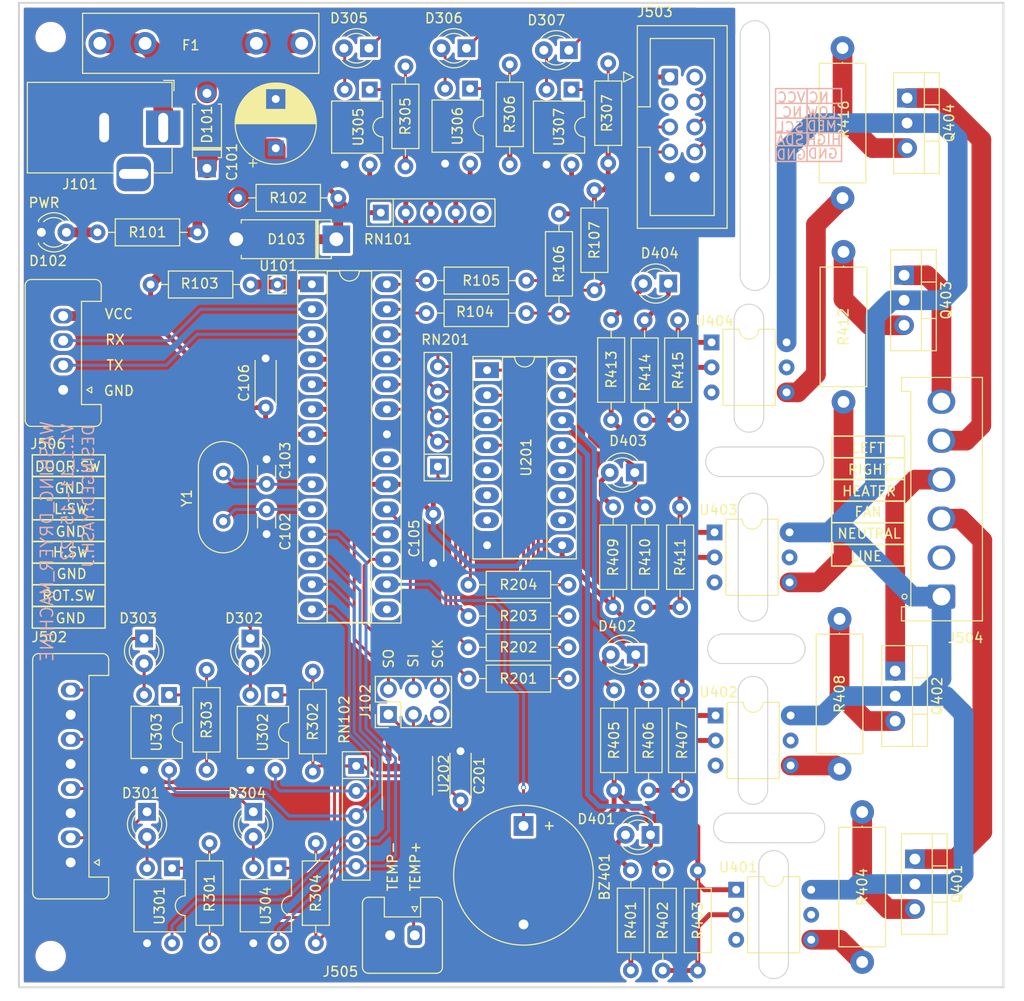
<source format=kicad_pcb>
(kicad_pcb (version 20211014) (generator pcbnew)
  (layers (0 "F.Cu" signal) (31 "B.Cu" signal) (34 "B.Paste" user) (35 "F.Paste" user) (36 "B.SilkS" user "B.Silkscreen") (37 "F.SilkS" user "F.Silkscreen") (38 "B.Mask" user) (39 "F.Mask" user) (44 "Edge.Cuts" user))
  (net 0 "")
  (net 1 "BUZZER")
  (net 2 "GND")
  (net 3 "VCC")
  (net 4 "+5V")
  (net 5 "DRUM_LEFT_LINE")
  (net 6 "FAN_LINE")
  (net 7 "HEATER_LINE")
  (net 8 "DRUM_RIGHT_LINE")
  (net 9 "LIMIT_SW")
  (net 10 "HEATER_SW")
  (net 11 "T_CS")
  (net 12 "T_SCK")
  (net 13 "TEMP+")
  (net 14 "NEUTRAL")
  (net 15 "RX")
  (net 16 "TX")
  (net 17 "SDA")
  (net 18 "SCL")
  (net 19 "DRUM_LEFT")
  (net 20 "FAN")
  (net 21 "HEATER")
  (net 22 "DRUM_RIGHT")
  (net 23 "/MCU/XTAL+")
  (net 24 "/MCU/XTAL-")
  (net 25 "Net-(D101-Pad2)")
  (net 26 "Net-(D102-Pad2)")
  (net 27 "DOOR_SW_IN")
  (net 28 "Net-(D301-Pad2)")
  (net 29 "LIMIT_SW_IN")
  (net 30 "Net-(D302-Pad2)")
  (net 31 "HEATER_SW_IN")
  (net 32 "Net-(D303-Pad2)")
  (net 33 "SEL_ROT_SW_IN")
  (net 34 "Net-(D304-Pad2)")
  (net 35 "LOW_KEY_SW_IN")
  (net 36 "Net-(D305-Pad2)")
  (net 37 "MED_KEY_SW_IN")
  (net 38 "Net-(D306-Pad2)")
  (net 39 "HIGH_KEY_SW_IN")
  (net 40 "Net-(D307-Pad2)")
  (net 41 "#DRUM_LEFT")
  (net 42 "Net-(D401-Pad2)")
  (net 43 "#DRUM_RIGHT")
  (net 44 "Net-(D402-Pad2)")
  (net 45 "#HEATER")
  (net 46 "Net-(D403-Pad2)")
  (net 47 "#FAN")
  (net 48 "Net-(D404-Pad2)")
  (net 49 "Net-(F1-Pad1)")
  (net 50 "T_SO")
  (net 51 "AVR_SO")
  (net 52 "AVR_SI")
  (net 53 "AVR_SCK")
  (net 54 "#RESET")
  (net 56 "LINE_IN")
  (net 57 "Net-(Q401-Pad3)")
  (net 58 "Net-(Q402-Pad3)")
  (net 59 "Net-(Q403-Pad3)")
  (net 60 "Net-(Q404-Pad3)")
  (net 61 "/MCU/AVR_SDA")
  (net 62 "/MCU/AVR_SCL")
  (net 63 "Net-(R301-Pad2)")
  (net 64 "Net-(R302-Pad2)")
  (net 65 "Net-(R303-Pad2)")
  (net 66 "Net-(R304-Pad2)")
  (net 67 "Net-(R305-Pad2)")
  (net 68 "Net-(R306-Pad2)")
  (net 69 "Net-(R307-Pad2)")
  (net 70 "Net-(R402-Pad2)")
  (net 71 "Net-(R404-Pad1)")
  (net 72 "Net-(R406-Pad2)")
  (net 73 "Net-(R408-Pad1)")
  (net 74 "Net-(R410-Pad2)")
  (net 75 "Net-(R412-Pad1)")
  (net 76 "Net-(R414-Pad2)")
  (net 77 "Net-(R416-Pad1)")
  (net 78 "LOW_KEY_SW")
  (net 79 "MED_KEY_SW")
  (net 80 "HIGH_KEY_SW")
  (net 82 "SEL_ROT_SW")
  (net 100 "/ULN2003 MAX6675/D_LEFT")
  (net 101 "/ULN2003 MAX6675/D_RIGHT")
  (net 102 "/ULN2003 MAX6675/D_HEATER")
  (net 103 "/ULN2003 MAX6675/D_FAN")
  (net 104 "DOOR_SW")
  (footprint "Resistor_THT:R_Axial_DIN0207_L6.3mm_D2.5mm_P10.16mm_Horizontal" (layer "F.Cu") (at 243.2 129.22 -90)
    (fp_text reference "R407")
    (fp_text value "1k")
  )
  (footprint "Package_DIP:DIP-4_W7.62mm" (layer "F.Cu") (at 201.895 129.685 -90)
    (fp_text reference "U302")
    (fp_text value "PC817")
  )
  (footprint "Crystal:Crystal_HC18-U_Vertical" (layer "F.Cu") (at 196.596 107.15 -90)
    (fp_text reference "Y1")
    (fp_text value "16MHz")
  )
  (footprint "Capacitor_THT:C_Disc_D3.0mm_W1.6mm_P2.50mm" (layer "F.Cu") (at 201 113.35 90)
    (fp_text reference "C102")
    (fp_text value "22p")
  )
  (footprint "Package_DIP:DIP-28_W7.62mm_Socket_LongPads" (layer "F.Cu") (at 205.6 87.975)
    (fp_text reference "U101")
    (fp_text value "ATmega328P-P")
  )
  (footprint "Package_TO_SOT_THT:TO-220-3_Vertical" (layer "F.Cu") (at 266.055 69.06 -90)
    (fp_text reference "Q404")
    (fp_text value "BTA16-800B")
  )
  (footprint "Diode_THT:D_A-405_P7.62mm_Horizontal" (layer "F.Cu") (at 194.945 76.2 90)
    (fp_text reference "D101")
    (fp_text value "1N5819")
  )
  (footprint "LED_THT:LED_D3.0mm" (layer "F.Cu") (at 238.4 107.1 180)
    (fp_text reference "D403")
    (fp_text value "LED")
  )
  (footprint "Package_TO_SOT_THT:TO-220-3_Vertical" (layer "F.Cu") (at 265.755 87.06 -90)
    (fp_text reference "Q403")
    (fp_text value "BTA16-800B")
  )
  (footprint "Resistor_THT:R_Axial_DIN0207_L6.3mm_D2.5mm_P10.16mm_Horizontal" (layer "F.Cu") (at 236.2 110.62 -90)
    (fp_text reference "R409")
    (fp_text value "1k")
  )
  (footprint "Package_DIP:DIP-4_W7.62mm" (layer "F.Cu") (at 231.975 68.2 -90)
    (fp_text reference "U307")
    (fp_text value "PC817")
  )
  (footprint "Resistor_THT:R_Axial_DIN0207_L6.3mm_D2.5mm_P10.16mm_Horizontal" (layer "F.Cu") (at 234.3 78.42 -90)
    (fp_text reference "R107")
    (fp_text value "10K")
  )
  (footprint "Resistor_THT:R_Axial_DIN0207_L6.3mm_D2.5mm_P10.16mm_Horizontal" (layer "F.Cu") (at 236.3 129.22 -90)
    (fp_text reference "R405")
    (fp_text value "1k")
  )
  (footprint "Resistor_THT:R_Axial_DIN0207_L6.3mm_D2.5mm_P10.16mm_Horizontal" (layer "F.Cu") (at 241.244 147.52 -90)
    (fp_text reference "R402")
    (fp_text value "150R")
  )
  (footprint "Capacitor_THT:C_Disc_D4.3mm_W1.9mm_P5.00mm" (layer "F.Cu") (at 200.9 100.5 90)
    (fp_text reference "C106")
    (fp_text value "100n")
  )
  (footprint "Resistor_THT:R_Axial_DIN0207_L6.3mm_D2.5mm_P10.16mm_Horizontal" (layer "F.Cu") (at 221.5 121.675)
    (fp_text reference "R203")
    (fp_text value "1k")
  )
  (footprint "Connector_IDC:IDC-Header_2x05_P2.54mm_Vertical" (layer "F.Cu") (at 241.9475 66.92)
    (fp_text reference "J503")
    (fp_text value "PANEL")
  )
  (footprint "Package_DIP:DIP-6_W7.62mm" (layer "F.Cu") (at 248.7 149.475)
    (fp_text reference "U401")
    (fp_text value "MOC3041M")
  )
  (footprint "LED_THT:LED_D3.0mm" (layer "F.Cu") (at 240 143.9 180)
    (fp_text reference "D401")
    (fp_text value "LED")
  )
  (footprint "Resistor_THT:R_Axial_DIN0207_L6.3mm_D2.5mm_P10.16mm_Horizontal" (layer "F.Cu") (at 235.7 75.68 90)
    (fp_text reference "R307")
    (fp_text value "470R")
  )
  (footprint "Package_DIP:DIP-4_W7.62mm" (layer "F.Cu") (at 202.195 147.29 -90)
    (fp_text reference "U304")
    (fp_text value "PC817")
  )
  (footprint "Resistor_THT:R_Array_SIP5" (layer "F.Cu") (at 218.4 106.5 90)
    (fp_text reference "RN201")
    (fp_text value "10K")
  )
  (footprint "Package_DIP:DIP-4_W7.62mm" (layer "F.Cu") (at 191.1 129.685 -90)
    (fp_text reference "U303")
    (fp_text value "PC817")
  )
  (footprint "MountingHole:MountingHole_2.5mm" (layer "F.Cu") (at 272.4 62.7)
    (fp_text reference "H501" hide)
    (fp_text value "2.5MM")
  )
  (footprint "Resistor_THT:R_Axial_DIN0207_L6.3mm_D2.5mm_P10.16mm_Horizontal" (layer "F.Cu") (at 194.905 137.295 90)
    (fp_text reference "R303")
    (fp_text value "470R")
  )
  (footprint "Resistor_THT:R_Axial_DIN0207_L6.3mm_D2.5mm_P10.16mm_Horizontal" (layer "F.Cu") (at 208.28 79.2 180)
    (fp_text reference "R102")
    (fp_text value "4R7")
  )
  (footprint "LED_THT:LED_D3.0mm" (layer "F.Cu") (at 241.8 87.9 180)
    (fp_text reference "D404")
    (fp_text value "LED")
  )
  (footprint "Fuse:Fuseholder_Littelfuse_100_series_5x20mm" (layer "F.Cu") (at 184.06 63.5)
    (fp_text reference "F1")
    (fp_text value "1A")
  )
  (footprint "Resistor_THT:R_Axial_DIN0207_L6.3mm_D2.5mm_P10.16mm_Horizontal" (layer "F.Cu") (at 239.8 129.22 -90)
    (fp_text reference "R406")
    (fp_text value "150R")
  )
  (footprint "LED_THT:LED_D3.0mm" (layer "F.Cu") (at 199.65 141.56 -90)
    (fp_text reference "D304")
    (fp_text value "LED")
  )
  (footprint "Connector_PinHeader_2.54mm:PinHeader_2x03_P2.54mm_Vertical" (layer "F.Cu") (at 213.375 131.675 90)
    (fp_text reference "J102")
    (fp_text value " MAX_AVR_SPI")
  )
  (footprint "Resistor_THT:R_Axial_DIN0207_L6.3mm_D2.5mm_P10.16mm_Horizontal" (layer "F.Cu") (at 238 147.5 -90)
    (fp_text reference "R401")
    (fp_text value "1k")
  )
  (footprint "Resistor_THT:R_Axial_DIN0207_L6.3mm_D2.5mm_P10.16mm_Horizontal" (layer "F.Cu") (at 236 91.6 -90)
    (fp_text reference "R413")
    (fp_text value "1k")
  )
  (footprint "Package_TO_SOT_THT:TO-220-3_Vertical" (layer "F.Cu") (at 266.855 146.36 -90)
    (fp_text reference "Q401")
    (fp_text value "BTA16-800B")
  )
  (footprint "Resistor_THT:R_Axial_DIN0207_L6.3mm_D2.5mm_P10.16mm_Horizontal" (layer "F.Cu") (at 217.22 87.6)
    (fp_text reference "R105")
    (fp_text value "22R")
  )
  (footprint "Resistor_THT:R_Axial_DIN0414_L11.9mm_D4.5mm_P15.24mm_Horizontal" (layer "F.Cu") (at 259.6 99.92 90)
    (fp_text reference "R412")
    (fp_text value "1.5K")
  )
  (footprint "Connector_Stocko:Stocko_MKS_1654-6-0-404_1x4_P2.50mm_Vertical" (layer "F.Cu") (at 180.34 98.7 90)
    (fp_text reference "J506")
    (fp_text value "UART")
  )
  (footprint "MountingHole:MountingHole_2.5mm" (layer "F.Cu") (at 179.07 156.21)
    (fp_text reference "H503" hide)
    (fp_text value "MountingHole")
  )
  (footprint "Package_DIP:DIP-4_W7.62mm" (layer "F.Cu") (at 191.4 147.29 -90)
    (fp_text reference "U301")
    (fp_text value "PC817")
  )
  (footprint "Resistor_THT:R_Axial_DIN0207_L6.3mm_D2.5mm_P10.16mm_Horizontal" (layer "F.Cu") (at 239.444 110.62 -90)
    (fp_text reference "R410")
    (fp_text value "150R")
  )
  (footprint "Resistor_THT:R_Axial_DIN0207_L6.3mm_D2.5mm_P10.16mm_Horizontal" (layer "F.Cu") (at 217.22 90.9)
    (fp_text reference "R104")
    (fp_text value "22R")
  )
  (footprint "Resistor_THT:R_Axial_DIN0414_L11.9mm_D4.5mm_P15.24mm_Horizontal" (layer "F.Cu") (at 261.5 156.82 90)
    (fp_text reference "R404")
    (fp_text value "1.5K")
  )
  (footprint "Resistor_THT:R_Axial_DIN0207_L6.3mm_D2.5mm_P10.16mm_Horizontal" (layer "F.Cu") (at 221.5 128.025)
    (fp_text reference "R201")
    (fp_text value "1k")
  )
  (footprint "Buzzer_Beeper:Buzzer_D14mm_H7mm_P10mm" (layer "F.Cu") (at 227.1 143 -90)
    (fp_text reference "BZ401")
    (fp_text value "Buzzer")
  )
  (footprint "Package_DIP:DIP-4_W7.62mm" (layer "F.Cu") (at 221.675 68.1 -90)
    (fp_text reference "U306")
    (fp_text value "PC817")
  )
  (footprint "LED_THT:LED_D3.0mm" (layer "F.Cu") (at 238.5 125.6 180)
    (fp_text reference "D402")
    (fp_text value "LED")
  )
  (footprint "Resistor_THT:R_Axial_DIN0207_L6.3mm_D2.5mm_P10.16mm_Horizontal" (layer "F.Cu") (at 221.5 118.5)
    (fp_text reference "R204")
    (fp_text value "1k")
  )
  (footprint "Package_SO:SOIC-8_3.9x4.9mm_P1.27mm" (layer "F.Cu") (at 215.3 137.9 90)
    (fp_text reference "U202")
    (fp_text value "MAX6675")
  )
  (footprint "Connector_Stocko:Stocko_MKS_1652-6-0-202_1x2_P2.50mm_Vertical" (layer "F.Cu") (at 216.05 154.1 180)
    (fp_text reference "J505")
    (fp_text value "Thermocupler")
  )
  (footprint "LED_THT:LED_D3.0mm" (layer "F.Cu") (at 178.125 82.7)
    (fp_text reference "D102")
    (fp_text value "LED")
  )
  (footprint "Connector_Pin:Pin_D0.7mm_L6.5mm_W1.8mm_FlatFork" (layer "F.Cu") (at 202.1 88)
    (fp_text reference "REF**")
    (fp_text value "Pin_D0.7mm_L6.5mm_W1.8mm_FlatFork")
  )
  (footprint "Resistor_THT:R_Axial_DIN0207_L6.3mm_D2.5mm_P10.16mm_Horizontal" (layer "F.Cu") (at 221.5 124.85)
    (fp_text reference "R202")
    (fp_text value "1k")
  )
  (footprint "Resistor_THT:R_Axial_DIN0207_L6.3mm_D2.5mm_P10.16mm_Horizontal" (layer "F.Cu") (at 215.1 76 90)
    (fp_text reference "R305")
    (fp_text value "470R")
  )
  (footprint "Resistor_THT:R_Axial_DIN0207_L6.3mm_D2.5mm_P10.16mm_Horizontal" (layer "F.Cu") (at 239.4 91.62 -90)
    (fp_text reference "R414")
    (fp_text value "150R")
  )
  (footprint "Package_DIP:DIP-16_W7.62mm_Socket_LongPads" (layer "F.Cu") (at 223.4 96.7)
    (fp_text reference "U201")
    (fp_text value "ULN2003A")
  )
  (footprint "Connector_BarrelJack:BarrelJack_Horizontal" (layer "F.Cu") (at 190.5 72.0675)
    (fp_text reference "J101")
    (fp_text value "DC_Jack")
  )
  (footprint "Resistor_THT:R_Axial_DIN0207_L6.3mm_D2.5mm_P10.16mm_Horizontal" (layer "F.Cu") (at 183.82 82.7)
    (fp_text reference "R101")
    (fp_text value "1k")
  )
  (footprint "MountingHole:MountingHole_2.5mm" (layer "F.Cu") (at 179.07 62.865)
    (fp_text reference "H502" hide)
    (fp_text value "MountingHole")
  )
  (footprint "Diode_THT:D_5W_P10.16mm_Horizontal" (layer "F.Cu") (at 208.08 83.4 180)
    (fp_text reference "D103")
    (fp_text value "5.1v")
  )
  (footprint "Capacitor_THT:CP_Radial_D8.0mm_P5.00mm" (layer "F.Cu") (at 201.93 74.157651 90)
    (fp_text reference "C101")
    (fp_text value "220uF16v")
  )
  (footprint "Resistor_THT:R_Axial_DIN0207_L6.3mm_D2.5mm_P10.16mm_Horizontal" (layer "F.Cu") (at 244.8 147.52 -90)
    (fp_text reference "R403")
    (fp_text value "1k")
  )
  (footprint "Capacitor_THT:C_Disc_D4.3mm_W1.9mm_P5.00mm" (layer "F.Cu") (at 220.7 135.4 -90)
    (fp_text reference "C201")
    (fp_text value "100n")
  )
  (footprint "LED_THT:LED_D3.0mm" (layer "F.Cu") (at 188.855 141.56 -90)
    (fp_text reference "D301")
    (fp_text value "LED")
  )
  (footprint "Resistor_THT:R_Array_SIP5" (layer "F.Cu") (at 210.1 136.9 -90)
    (fp_text reference "RN102")
    (fp_text value "10K")
  )
  (footprint "Resistor_THT:R_Axial_DIN0414_L11.9mm_D4.5mm_P15.24mm_Horizontal" (layer "F.Cu") (at 259.2 137.2 90)
    (fp_text reference "R408")
    (fp_text value "1.5K")
  )
  (footprint "Package_DIP:DIP-6_W7.62mm" (layer "F.Cu") (at 246.612 131.775)
    (fp_text reference "U402")
    (fp_text value "MOC3041M")
  )
  (footprint "Capacitor_THT:C_Disc_D3.0mm_W1.6mm_P2.50mm" (layer "F.Cu") (at 201 108.25 90)
    (fp_text reference "C103")
    (fp_text value "22p")
  )
  (footprint "Resistor_THT:R_Axial_DIN0414_L11.9mm_D4.5mm_P15.24mm_Horizontal" (layer "F.Cu") (at 259.5 79.22 90)
    (fp_text reference "R416")
    (fp_text value "1.5K")
  )
  (footprint "LED_THT:LED_D3.0mm" (layer "F.Cu") (at 211.4 64 180)
    (fp_text reference "D305")
    (fp_text value "LED")
  )
  (footprint "Package_DIP:DIP-6_W7.62mm" (layer "F.Cu") (at 246.5 113.175)
    (fp_text reference "U403")
    (fp_text value "MOC3041M")
  )
  (footprint "Resistor_THT:R_Axial_DIN0207_L6.3mm_D2.5mm_P10.16mm_Horizontal" (layer "F.Cu") (at 242.8 91.62 -90)
    (fp_text reference "R415")
    (fp_text value "1k")
  )
  (footprint "Resistor_THT:R_Axial_DIN0207_L6.3mm_D2.5mm_P10.16mm_Horizontal" (layer "F.Cu") (at 205.7 137.48 90)
    (fp_text reference "R302")
    (fp_text value "470R")
  )
  (footprint "Resistor_THT:R_Axial_DIN0207_L6.3mm_D2.5mm_P10.16mm_Horizontal" (layer "F.Cu") (at 225.7 75.8 90)
    (fp_text reference "R306")
    (fp_text value "470R")
  )
  (footprint "Resistor_THT:R_Axial_DIN0207_L6.3mm_D2.5mm_P10.16mm_Horizontal" (layer "F.Cu") (at 243 110.62 -90)
    (fp_text reference "R411")
    (fp_text value "1k")
  )
  (footprint "Connector_Stocko:Stocko_MKS_1658-6-0-808_1x8_P2.50mm_Vertical" (layer "F.Cu") (at 181.1 146.7 90)
    (fp_text reference "J502")
    (fp_text value "INPUT")
  )
  (footprint "Resistor_THT:R_Axial_DIN0207_L6.3mm_D2.5mm_P10.16mm_Horizontal" (layer "F.Cu") (at 195.205 154.9 90)
    (fp_text reference "R301")
    (fp_text value "470R")
  )
  (footprint "Package_DIP:DIP-6_W7.62mm" (layer "F.Cu") (at 246.2 93.875)
    (fp_text reference "U404")
    (fp_text value "MOC3041M")
  )
  (footprint "LED_THT:LED_D3.0mm" (layer "F.Cu") (at 221.3 64 180)
    (fp_text reference "D306")
    (fp_text value "LED")
  )
  (footprint "LED_THT:LED_D3.0mm" (layer "F.Cu") (at 199.35 123.955 -90)
    (fp_text reference "D302")
    (fp_text value "LED")
  )
  (footprint "MountingHole:MountingHole_2.5mm" (layer "F.Cu") (at 272.796 156.464)
    (fp_text reference "H504" hide)
    (fp_text value "MountingHole")
  )
  (footprint "Capacitor_THT:C_Disc_D4.3mm_W1.9mm_P5.00mm" (layer "F.Cu") (at 217.932 111.292 -90)
    (fp_text reference "C105")
    (fp_text value "100n")
  )
  (footprint "Resistor_THT:R_Axial_DIN0207_L6.3mm_D2.5mm_P10.16mm_Horizontal" (layer "F.Cu") (at 189.22 88)
    (fp_text reference "R103")
    (fp_text value "1k")
  )
  (footprint "Connector_Hirose:Hirose_DF63-6P-3.96DSA_1x06_P3.96mm_Vertical" (layer "F.Cu") (at 269.55 119.7 90)
    (fp_text reference "J504")
    (fp_text value "MOTOR")
  )
  (footprint "Resistor_THT:R_Axial_DIN0207_L6.3mm_D2.5mm_P10.16mm_Horizontal" (layer "F.Cu") (at 230.7 80.82 -90)
    (fp_text reference "R106")
    (fp_text value "10K")
  )
  (footprint "Package_DIP:DIP-4_W7.62mm" (layer "F.Cu") (at 211.475 68.2 -90)
    (fp_text reference "U305")
    (fp_text value "PC817")
  )
  (footprint "LED_THT:LED_D3.0mm" (layer "F.Cu") (at 188.555 123.955 -90)
    (fp_text reference "D303")
    (fp_text value "LED")
  )
  (footprint "Resistor_THT:R_Array_SIP5" (layer "F.Cu") (at 212.6 80.7)
    (fp_text reference "RN101")
    (fp_text value "10K")
  )
  (footprint "Package_TO_SOT_THT:TO-220-3_Vertical" (layer "F.Cu") (at 264.855 127.26 -90)
    (fp_text reference "Q402")
    (fp_text value "BTA16-800B")
  )
  (footprint "LED_THT:LED_D3.0mm" (layer "F.Cu") (at 231.7 64.2 180)
    (fp_text reference "D307")
    (fp_text value "LED")
  )
  (footprint "Resistor_THT:R_Axial_DIN0207_L6.3mm_D2.5mm_P10.16mm_Horizontal" (layer "F.Cu") (at 206 154.9 90)
    (fp_text reference "R304")
    (fp_text value "470R")
  )
  (gr_rect (start 252.7 68.1) (end 259.4 75.5) (layer "B.SilkS") (width 0.15) (fill none))
  (gr_line (start 255.9 68.1) (end 255.9 75.5) (layer "B.SilkS") (width 0.15))
  (gr_line (start 252.7 69.6) (end 259.4 69.6) (layer "B.SilkS") (width 0.15))
  (gr_line (start 252.7 73.9) (end 259.4 73.9) (layer "B.SilkS") (width 0.15))
  (gr_line (start 252.7 71.1) (end 259.4 71.1) (layer "B.SilkS") (width 0.15))
  (gr_line (start 252.7 72.6) (end 259.4 72.6) (layer "B.SilkS") (width 0.15))
  (gr_rect (start 177.2 105.3) (end 184.6 107.5) (layer "F.SilkS") (width 0.15) (fill none))
  (gr_rect (start 177.2 111.9) (end 184.6 114.1) (layer "F.SilkS") (width 0.15) (fill none))
  (gr_rect (start 258.4 103.4) (end 265.8 105.6) (layer "F.SilkS") (width 0.15) (fill none))
  (gr_rect (start 177.2 116.3) (end 184.6 118.5) (layer "F.SilkS") (width 0.15) (fill none))
  (gr_rect (start 258.4 107.8) (end 265.8 110) (layer "F.SilkS") (width 0.15) (fill none))
  (gr_rect (start 258.4 112.2) (end 265.8 114.4) (layer "F.SilkS") (width 0.15) (fill none))
  (gr_rect (start 177.2 109.7) (end 184.6 111.9) (layer "F.SilkS") (width 0.15) (fill none))
  (gr_rect (start 177.2 114.1) (end 184.6 116.3) (layer "F.SilkS") (width 0.15) (fill none))
  (gr_rect (start 258.4 110) (end 265.8 112.2) (layer "F.SilkS") (width 0.15) (fill none))
  (gr_rect (start 258.4 105.6) (end 265.8 107.8) (layer "F.SilkS") (width 0.15) (fill none))
  (gr_rect (start 258.4 114.4) (end 265.8 116.6) (layer "F.SilkS") (width 0.15) (fill none))
  (gr_rect (start 177.2 107.5) (end 184.6 109.7) (layer "F.SilkS") (width 0.15) (fill none))
  (gr_rect (start 177.2 120.7) (end 184.6 122.9) (layer "F.SilkS") (width 0.15) (fill none))
  (gr_rect (start 177.2 118.5) (end 184.6 120.7) (layer "F.SilkS") (width 0.15) (fill none))
  (gr_arc (start 251 147) (mid 252.5 145.5) (end 254 147) (layer "Edge.Cuts") (width 0.1))
  (gr_arc (start 248.9 110.7) (mid 250.4 109.2) (end 251.9 110.7) (layer "Edge.Cuts") (width 0.1))
  (gr_arc (start 247.1 107.5) (mid 245.6 106) (end 247.1 104.5) (layer "Edge.Cuts") (width 0.1))
  (gr_arc (start 248.5 91.5) (mid 250 90) (end 251.5 91.5) (layer "Edge.Cuts") (width 0.1))
  (gr_line (start 251.9 110.7) (end 251.9 120.7) (layer "Edge.Cuts") (width 0.1))
  (gr_line (start 249.1 87.1) (end 249.1 62.7) (layer "Edge.Cuts") (width 0.1))
  (gr_arc (start 256.1 104.5) (mid 257.6 106) (end 256.1 107.5) (layer "Edge.Cuts") (width 0.1))
  (gr_line (start 248.9 129.3) (end 248.9 139.3) (layer "Edge.Cuts") (width 0.1))
  (gr_line (start 252.1 87.1) (end 252.1 62.7) (layer "Edge.Cuts") (width 0.1))
  (gr_arc (start 248.9 129.3) (mid 250.4 127.8) (end 251.9 129.3) (layer "Edge.Cuts") (width 0.1))
  (gr_line (start 247.9 144.7) (end 256.2 144.7) (layer "Edge.Cuts") (width 0.1))
  (gr_line (start 247.1 107.5) (end 256.1 107.5) (layer "Edge.Cuts") (width 0.1))
  (gr_line (start 247.3 123.5) (end 254.2 123.5) (layer "Edge.Cuts") (width 0.1))
  (gr_arc (start 251.9 120.7) (mid 250.4 122.2) (end 248.9 120.7) (layer "Edge.Cuts") (width 0.1))
  (gr_line (start 248.9 110.7) (end 248.9 120.7) (layer "Edge.Cuts") (width 0.1))
  (gr_arc (start 252.1 87.1) (mid 250.6 88.6) (end 249.1 87.1) (layer "Edge.Cuts") (width 0.1))
  (gr_line (start 247.9 141.7) (end 256.2 141.7) (layer "Edge.Cuts") (width 0.1))
  (gr_arc (start 256.2 141.7) (mid 257.7 143.2) (end 256.2 144.7) (layer "Edge.Cuts") (width 0.1))
  (gr_rect (start 175.844 59.385) (end 275.844 159.385) (layer "Edge.Cuts") (width 0.2) (fill none))
  (gr_line (start 248.5 91.5) (end 248.5 101.5) (layer "Edge.Cuts") (width 0.1))
  (gr_arc (start 251.9 139.3) (mid 250.4 140.8) (end 248.9 139.3) (layer "Edge.Cuts") (width 0.1))
  (gr_arc (start 251.5 101.5) (mid 250 103) (end 248.5 101.5) (layer "Edge.Cuts") (width 0.1))
  (gr_line (start 251.5 91.5) (end 251.5 101.5) (layer "Edge.Cuts") (width 0.1))
  (gr_line (start 251 147) (end 251 157) (layer "Edge.Cuts") (width 0.1))
  (gr_line (start 247.1 104.5) (end 256.1 104.5) (layer "Edge.Cuts") (width 0.1))
  (gr_line (start 247.3 126.5) (end 254.2 126.5) (layer "Edge.Cuts") (width 0.1))
  (gr_arc (start 247.9 144.7) (mid 246.4 143.2) (end 247.9 141.7) (layer "Edge.Cuts") (width 0.1))
  (gr_arc (start 254.2 123.5) (mid 255.7 125) (end 254.2 126.5) (layer "Edge.Cuts") (width 0.1))
  (gr_line (start 251.9 129.3) (end 251.9 139.3) (layer "Edge.Cuts") (width 0.1))
  (gr_line (start 254 147) (end 254 157) (layer "Edge.Cuts") (width 0.1))
  (gr_arc (start 249.1 62.7) (mid 250.6 61.2) (end 252.1 62.7) (layer "Edge.Cuts") (width 0.1))
  (gr_arc (start 247.3 126.5) (mid 245.8 125) (end 247.3 123.5) (layer "Edge.Cuts") (width 0.1))
  (gr_arc (start 254 157) (mid 252.5 158.5) (end 251 157) (layer "Edge.Cuts") (width 0.1))
  (gr_text "GND" (at 257.5 74.7) (layer "B.SilkS") (effects (font (size 1 1)) (justify mirror)))
  (gr_text "WASHING_DRYER_MACHINE" (at 178.7 114.1 90) (layer "B.SilkS") (effects (font (size 1.27 1.27)) (justify mirror)))
  (gr_text "NC" (at 254.4 70.5) (layer "B.SilkS") (effects (font (size 1 1)) (justify mirror)))
  (gr_text "MED" (at 257.4 71.9) (layer "B.SilkS") (effects (font (size 1 1)) (justify mirror)))
  (gr_text "LOW" (at 257.4 70.5) (layer "B.SilkS") (effects (font (size 1 1)) (justify mirror)))
  (gr_text "VCC" (at 254.3 69) (layer "B.SilkS") (effects (font (size 1 1)) (justify mirror)))
  (gr_text "V1.1_11-15-22" (at 180.8 109.1 90) (layer "B.SilkS") (effects (font (size 1.143 1.143)) (justify mirror)))
  (gr_text "GND" (at 254.3 74.8) (layer "B.SilkS") (effects (font (size 1 1)) (justify mirror)))
  (gr_text "HIGH" (at 257.6 73.3) (layer "B.SilkS") (effects (font (size 1 1)) (justify mirror)))
  (gr_text "DESINGED:YASH.J" (at 182.9 109.5 90) (layer "B.SilkS") (effects (font (size 1.143 1.143)) (justify mirror)))
  (gr_text "NC" (at 257.1 69) (layer "B.SilkS") (effects (font (size 1 1)) (justify mirror)))
  (gr_text "SCL" (at 254.2 72) (layer "B.SilkS") (effects (font (size 1 1)) (justify mirror)))
  (gr_text "SDA" (at 254.2 73.3) (layer "B.SilkS") (effects (font (size 1 1)) (justify mirror)))
  (gr_text "GND" (at 186 98.8) (layer "F.SilkS") (effects (font (size 1 1))))
  (gr_text "GND\n" (at 181.1 113.1) (layer "F.SilkS") (effects (font (size 1 1))))
  (gr_text "GND\n" (at 181.1 121.9) (layer "F.SilkS") (effects (font (size 1 1))))
  (gr_text "FAN" (at 262.1 111.1) (layer "F.SilkS") (effects (font (size 1 1))))
  (gr_text "TEMP-" (at 213.8 147.1 90) (layer "F.SilkS") (effects (font (size 1 1))))
  (gr_text "VCC" (at 186 91) (layer "F.SilkS") (effects (font (size 1 1))))
  (gr_text "GND\n" (at 181.2 117.4) (layer "F.SilkS") (effects (font (size 1 1))))
  (gr_text "SI" (at 215.9 126.2 90) (layer "F.SilkS") (effects (font (size 1 1))))
  (gr_text "LINE" (at 261.9 115.6) (layer "F.SilkS") (effects (font (size 1 1))))
  (gr_text "H.SW" (at 181.1 115.2) (layer "F.SilkS") (effects (font (size 1 1))))
  (gr_text "L.SW" (at 181.1 110.8) (layer "F.SilkS") (effects (font (size 1 1))))
  (gr_text "HEATER" (at 262.2 109) (layer "F.SilkS") (effects (font (size 1 1))))
  (gr_text "GND\n" (at 181 108.7) (layer "F.SilkS") (effects (font (size 1 1))))
  (gr_text "LEFT" (at 262.1 104.6) (layer "F.SilkS") (effects (font (size 1 1))))
  (gr_text "TX\n" (at 185.6 96.2) (layer "F.SilkS") (effects (font (size 1 1))))
  (gr_text "ROT.SW" (at 180.9 119.6) (layer "F.SilkS") (effects (font (size 1 1))))
  (gr_text "DOOR.SW" (at 180.8 106.5) (layer "F.SilkS") (effects (font (size 1 1))))
  (gr_text "RIGHT" (at 262.2 106.8) (layer "F.SilkS") (effects (font (size 1 1))))
  (gr_text "PWR" (at 178.4 79.7) (layer "F.SilkS") (effects (font (size 1 1))))
  (gr_text "SO" (at 213.4 126 90) (layer "F.SilkS") (effects (font (size 1 1))))
  (gr_text "TEMP+" (at 216.1 147.1 90) (layer "F.SilkS") (effects (font (size 1 1))))
  (gr_text "NEUTRAL" (at 262.2 113.3) (layer "F.SilkS") (effects (font (size 1 1))))
  (gr_text "RX" (at 185.6 93.6) (layer "F.SilkS") (effects (font (size 1 1))))
  (gr_text "SCK" (at 218.4 125.5 90) (layer "F.SilkS") (effects (font (size 1 1))))
  (segment (start 227.1 143) (end 227.1 139.1) (width 0.3) (layer "F.Cu") (net 1))
  (via (at 227.1 139.1) (size 0.5) (drill 0.35) (layers "F.Cu" "B.Cu") (net 1))
  (segment (start 227.1 139.1) (end 227.1 129.5) (width 0.3) (layer "B.Cu") (net 1))
  (segment (start 219.2 120.1) (end 217.555 118.455) (width 0.3) (layer "B.Cu") (net 1))
  (segment (start 227.1 129.5) (end 225.2 127.6) (width 0.3) (layer "B.Cu") (net 1))
  (segment (start 217.555 118.455) (end 213.22 118.455) (width 0.3) (layer "B.Cu") (net 1))
  (segment (start 224.1 120.1) (end 219.2 120.1) (width 0.3) (layer "B.Cu") (net 1))
  (segment (start 225.2 121.2) (end 224.1 120.1) (width 0.3) (layer "B.Cu") (net 1))
  (segment (start 225.2 127.6) (end 225.2 121.2) (width 0.3) (layer "B.Cu") (net 1))
  (segment (start 193.98 80.594) (end 193.98 82.7) (width 1) (layer "F.Cu") (net 3))
  (segment (start 186.8 85.5) (end 189.6 82.7) (width 1) (layer "F.Cu") (net 3))
  (segment (start 195.844349 74.157651) (end 201.93 74.157651) (width 2) (layer "F.Cu") (net 3))
  (segment (start 201.93 75.39) (end 198.12 79.2) (width 2) (layer "F.Cu") (net 3))
  (segment (start 186.8 88.8) (end 186.8 85.5) (width 1) (layer "F.Cu") (net 3))
  (segment (start 194.945 75.057) (end 195.844349 74.157651) (width 2) (layer "F.Cu") (net 3))
  (segment (start 195.374 79.2) (end 193.98 80.594) (width 1) (layer "F.Cu") (net 3))
  (segment (start 180.34 91.2) (end 184.4 91.2) (width 1) (layer "F.Cu") (net 3))
  (segment (start 184.4 91.2) (end 186.8 88.8) (width 1) (layer "F.Cu") (net 3))
  (segment (start 194.945 76.2) (end 194.945 75.057) (width 2) (layer "F.Cu") (net 3))
  (segment (start 201.93 74.157651) (end 201.93 75.39) (width 2) (layer "F.Cu") (net 3))
  (segment (start 198.12 79.2) (end 195.374 79.2) (width 1) (layer "F.Cu") (net 3))
  (segment (start 189.6 82.7) (end 193.98 82.7) (width 1) (layer "F.Cu") (net 3))
  (segment (start 204.8 152.3) (end 206 153.5) (width 0.3) (layer "F.Cu") (net 4))
  (segment (start 233.58 80.82) (end 234.3 80.1) (width 0.5) (layer "F.Cu") (net 4))
  (segment (start 208.7 136.9) (end 210.1 136.9) (width 0.3) (layer "F.Cu") (net 4))
  (segment (start 209.3 104.7) (end 209.3 106.9) (width 0.5) (layer "F.Cu") (net 4))
  (segment (start 206.28 136.9) (end 205.7 137.48) (width 0.3) (layer "F.Cu") (net 4))
  (segment (start 225.7 74.5) (end 226.8 73.4) (width 0.5) (layer "F.Cu") (net 4))
  (segment (start 201.815 103.215) (end 205.6 103.215) (width 0.5) (layer "F.Cu") (net 4))
  (segment (start 213.22 108.295) (end 214.935 108.295) (width 0.5) (layer "F.Cu") (net 4))
  (segment (start 217.205 142.705) (end 217.205 140.375) (width 0.3) (layer "F.Cu") (net 4))
  (segment (start 236.2 117.5) (end 238.7 115) (width 0.5) (layer "F.Cu") (net 4))
  (segment (start 204.4 134.5) (end 205.6 135.7) (width 0.3) (layer "F.Cu") (net 4))
  (segment (start 244.8 150.8) (end 244.8 148.8) (width 0.5) (layer "F.Cu") (net 4))
  (segment (start 211.9 137.9) (end 218.2 137.9) (width 0.3) (layer "F.Cu") (net 4))
  (segment (start 241.9475 66.92) (end 239.48 66.92) (width 0.5) (layer "F.Cu") (net 4))
  (segment (start 236.3 135.6) (end 238.5 133.4) (width 0.5) (layer "F.Cu") (net 4))
  (segment (start 195.205 153.495) (end 196.4 152.3) (width 0.3) (layer "F.Cu") (net 4))
  (segment (start 224.8 73.4) (end 225.7 74.3) (width 0.5) (layer "F.Cu") (net 4))
  (segment (start 215.1 74.1) (end 215.1 76) (width 0.5) (layer "F.Cu") (net 4))
  (segment (start 220.7 140.4) (end 220.7 141.9) (width 0.5) (layer "F.Cu") (net 4))
  (segment (start 202.98 86.1) (end 191.12 86.1) (width 1) (layer "F.Cu") (net 4))
  (segment (start 206 153.5) (end 206 154.9) (width 0.3) (layer "F.Cu") (net 4))
  (segment (start 244.175 113.175) (end 243 112) (width 0.5) (layer "F.Cu") (net 4))
  (segment (start 210.695 108.295) (end 213.22 108.295) (width 0.5) (layer "F.Cu") (net 4))
  (segment (start 246.5 113.175) (end 244.175 113.175) (width 0.5) (layer "F.Cu") (net 4))
  (segment (start 238.12 141.2) (end 236.3 139.38) (width 0.5) (layer "F.Cu") (net 4))
  (segment (start 243 110.62) (end 243 105.4) (width 0.5) (layer "F.Cu") (net 4))
  (segment (start 205.68 83.4) (end 202.98 86.1) (width 1) (layer "F.Cu") (net 4))
  (segment (start 206 74.7) (end 207.3 73.4) (width 0.5) (layer "F.Cu") (net 4))
  (segment (start 242.8 94.4) (end 242.8 92.9) (width 0.5) (layer "F.Cu") (net 4))
  (segment (start 235.7 75.68) (end 235.7 77.9) (width 0.5) (layer "F.Cu") (net 4))
  (segment (start 242.9 141.2) (end 238.12 141.2) (width 0.5) (layer "F.Cu") (net 4))
  (segment (start 224.8 146) (end 231.6 146) (width 0.5) (layer "F.Cu") (net 4))
  (segment (start 243 113.4) (end 243 112) (width 0.5) (layer "F.Cu") (net 4))
  (segment (start 236 101.76) (end 236 97.7) (width 0.5) (layer "F.Cu") (net 4))
  (segment (start 243 112) (end 243 110.62) (width 0.5) (layer "F.Cu") (net 4))
  (segment (start 234.3 80.1) (end 234.3 78.42) (width 0.5) (layer "F.Cu") (net 4))
  (segment (start 238.7 115) (end 241.4 115) (width 0.5) (layer "F.Cu") (net 4))
  (segment (start 235.18 78.42) (end 234.3 78.42) (width 0.5) (layer "F.Cu") (net 4))
  (segment (start 238 154.1) (end 239.9 152.2) (width 0.5) (layer "F.Cu") (net 4))
  (segment (start 214.935 108.295) (end 217.932 111.292) (width 0.5) (layer "F.Cu") (net 4))
  (segment (start 215.1 76) (end 215.1 74.4) (width 0.5) (layer "F.Cu") (net 4))
  (segment (start 206 154.9) (end 207.9 153) (width 0.3) (layer "F.Cu") (net 4))
  (segment (start 195.205 154.9) (end 195.205 153.495) (width 0.3) (layer "F.Cu") (net 4))
  (segment (start 220.7 141.9) (end 224.8 146) (width 0.5) (layer "F.Cu") (net 4))
  (segment (start 217.932 108.204) (end 218.44 107.696) (width 0.5) (layer "F.Cu") (net 4))
  (segment (start 245.475 149.475) (end 244.8 148.8) (width 0.5) (layer "F.Cu") (net 4))
  (segment (start 244.8 147.52) (end 244.8 143.1) (width 0.5) (layer "F.Cu") (net 4))
  (segment (start 189.22 91.42) (end 198.3 100.5) (width 0.5) (layer "F.Cu") (net 4))
  (segment (start 243.2 131.9) (end 243.2 130.5) (width 0.5) (layer "F.Cu") (net 4))
  (segment (start 231.02 114.48) (end 231.02 115.6) (width 0.5) (layer "F.Cu") (net 4))
  (segment (start 207.9 137.7) (end 208.7 136.9) (width 0.3) (layer "F.Cu") (net 4))
  (segment (start 244.8 143.1) (end 242.9 141.2) (width 0.5) (layer "F.Cu") (net 4))
  (segment (start 208.08 83.4) (end 205.68 83.4) (width 1) (layer "F.Cu") (net 4))
  (segment (start 189.22 88) (end 189.22 91.42) (width 0.5) (layer "F.Cu") (net 4))
  (segment (start 242.8 92.9) (end 242.8 91.62) (width 0.5) (layer "F.Cu") (net 4))
  (segment (start 226.8 73.4) (end 234.7 73.4) (width 0.5) (layer "F.Cu") (net 4))
  (segment (start 239.9 152.2) (end 243.4 152.2) (width 0.5) (layer "F.Cu") (net 4))
  (segment (start 246.612 131.775) (end 244.475 131.775) (width 0.5) (layer "F.Cu") (net 4))
  (segment (start 219.7 143.2) (end 217.7 143.2) (width 0.3) (layer "F.Cu") (net 4))
  (segment (start 241.1 96.1) (end 242.8 94.4) (width 0.5) (layer "F.Cu") (net 4))
  (segment (start 243.775 93.875) (end 242.8 92.9) (width 0.5) (layer "F.Cu") (net 4))
  (segment (start 205.6 135.7) (end 205.7 135.7) (width 0.3) (layer "F.Cu") (net 4))
  (segment (start 236.3 139.38) (end 236.3 135.6) (width 0.5) (layer "F.Cu") (net 4))
  (segment (start 244.475 131.775) (end 243.2 130.5) (width 0.5) (layer "F.Cu") (net 4))
  (segment (start 243 105.4) (end 241.6 104) (width 0.5) (layer "F.Cu") (net 4))
  (segment (start 217.932 111.292) (end 217.932 108.204) (width 0.5) (layer "F.Cu") (net 4))
  (segment (start 243.2 129.22) (end 243.2 123.7) (width 0.5) (layer "F.Cu") (net 4))
  (segment (start 207.9 153) (end 207.9 137.7) (width 0.3) (layer "F.Cu") (net 4))
  (segment (start 238.02 122.6) (end 236.2 120.78) (width 0.5) (layer "F.Cu") (net 4))
  (segment (start 238.5 133.4) (end 241.7 133.4) (width 0.5) (layer "F.Cu") (net 4))
  (segment (start 243.2 123.7) (end 242.1 122.6) (width 0.5) (layer "F.Cu") (net 4))
  (segment (start 205.6 103.215) (end 207.815 103.215) (width 0.5) (layer "F.Cu") (net 4))
  (segment (start 191.12 86.1) (end 189.22 88) (width 1) (layer "F.Cu") (net 4))
  (segment (start 239.48 66.92) (end 235.7 70.7) (width 0.5) (layer "F.Cu") (net 4))
  (segment (start 208.28 79.2) (end 206 76.92) (width 0.5) (layer "F.Cu") (net 4))
  (segment (start 236.3 141.3) (end 236.3 139.38) (width 0.5) (layer "F.Cu") (net 4))
  (segment (start 243.4 152.2) (end 244.8 150.8) (width 0.5) (layer "F.Cu") (net 4))
  (segment (start 234.7 73.4) (end 235.7 74.4) (width 0.5) (layer "F.Cu") (net 4))
  (segment (start 205.7 135.7) (end 205.7 137.48) (width 0.3) (layer "F.Cu") (net 4))
  (segment (start 241.6 104) (end 238.24 104) (width 0.5) (layer "F.Cu") (net 4))
  (segment (start 244.8 148.8) (end 244.8 147.52) (width 0.5) (layer "F.Cu") (net 4))
  (segment (start 238 157.66) (end 238 154.1) (width 0.5) (layer "F.Cu") (net 4))
  (segment (start 208.28 79.2) (end 209.78 80.7) (width 0.5) (layer "F.Cu") (net 4))
  (segment (start 196.2 134.5) (end 204.4 134.5) (width 0.3) (layer "F.Cu") (net 4))
  (segment (start 238.24 104) (end 236 101.76) (width 0.5) (layer "F.Cu") (net 4))
  (segment (start 235.7 77.9) (end 235.18 78.42) (width 0.5) (layer "F.Cu") (net 4))
  (segment (start 236.2 120.78) (end 236.2 117.5) (width 0.5) (layer "F.Cu") (net 4))
  (segment (start 198.3 100.5) (end 200.9 100.5) (width 0.5) (layer "F.Cu") (net 4))
  (segment (start 200.9 100.5) (end 200.9 102.3) (width 0.5) (layer "F.Cu") (net 4))
  (segment (start 194.905 135.795) (end 196.2 134.5) (width 0.3) (layer "F.Cu") (net 4))
  (segment (start 218.2 137.9) (end 220.7 140.4) (width 0.3) (layer "F.Cu") (net 4))
  (segment (start 206 76.92) (end 206 74.7) (width 0.5) (layer "F.Cu") (net 4))
  (segment (start 242.1 122.6) (end 238.02 122.6) (width 0.5) (layer "F.Cu") (net 4))
  (segment (start 210.1 136.9) (end 210.9 136.9) (width 0.3) (layer "F.Cu") (net 4))
  (segment (start 208.28 79.2) (end 208.28 83.2) (width 1) (layer "F.Cu") (net 4))
  (segment (start 236 97.7) (end 237.6 96.1) (width 0.5) (layer "F.Cu") (net 4))
  (segment (start 235.7 74.4) (end 235.7 75.68) (width 0.5) (layer "F.Cu") (net 4))
  (segment (start 208.28 83.2) (end 208.08 83.4) (width 1) (layer "F.Cu") (net 4))
  (segment (start 237.6 96.1) (end 241.1 96.1) (width 0.5) (layer "F.Cu") (net 4))
  (segment (start 225.7 75.8) (end 225.7 74.5) (width 0.5) (layer "F.Cu") (net 4))
  (segment (start 210.1 136.9) (end 206.28 136.9) (width 0.3) (layer "F.Cu") (net 4))
  (segment (start 231.02 115.6) (end 236.2 120.78) (width 0.5) (layer "F.Cu") (net 4))
  (segment (start 218.4 106.5) (end 218.4 107.656) (width 0.3) (layer "F.Cu") (net 4))
  (segment (start 243.2 130.5) (end 243.2 129.22) (width 0.5) (layer "F.Cu") (net 4))
  (segment (start 209.3 106.9) (end 210.695 108.295) (width 0.5) (layer "F.Cu") (net 4))
  (segment (start 214.4 73.4) (end 215.1 74.1) (width 0.5) (layer "F.Cu") (net 4))
  (segment (start 217.7 143.2) (end 217.205 142.705) (width 0.3) (layer "F.Cu") (net 4))
  (segment (start 241.4 115) (end 243 113.4) (width 0.5) (layer "F.Cu") (net 4))
  (segment (start 196.4 152.3) (end 204.8 152.3) (width 0.3) (layer "F.Cu") (net 4))
  (segment (start 241.7 133.4) (end 243.2 131.9) (width 0.5) (layer "F.Cu") (net 4))
  (segment (start 246.2 93.875) (end 243.775 93.875) (width 0.5) (layer "F.Cu") (net 4))
  (segment (start 248.7 149.475) (end 245.475 149.475) (width 0.5) (layer "F.Cu") (net 4))
  (segment (start 194.905 137.295) (end 194.905 135.795) (width 0.3) (layer "F.Cu") (net 4))
  (segment (start 200.9 102.3) (end 201.815 103.215) (width 0.5) (layer "F.Cu") (net 4))
  (segment (start 225.7 74.3) (end 225.7 75.8) (width 0.5) (layer "F.Cu") (net 4))
  (segment (start 216.1 73.4) (end 224.8 73.4) (width 0.5) (layer "F.Cu") (net 4))
  (segment (start 207.815 103.215) (end 209.3 104.7) (width 0.5) (layer "F.Cu") (net 4))
  (segment (start 207.3 73.4) (end 214.4 73.4) (width 0.5) (layer "F.Cu") (net 4))
  (segment (start 215.1 74.4) (end 216.1 73.4) (width 0.5) (layer "F.Cu") (net 4))
  (segment (start 220.7 140.4) (end 220.7 142.2) (width 0.3) (layer "F.Cu") (net 4))
  (segment (start 210.9 136.9) (end 211.9 137.9) (width 0.3) (layer "F.Cu") (net 4))
  (segment (start 218.4 107.656) (end 218.44 107.696) (width 0.3) (layer "F.Cu") (net 4))
  (segment (start 230.7 80.82) (end 233.58 80.82) (width 0.5) (layer "F.Cu") (net 4))
  (segment (start 235.7 70.7) (end 235.7 75.68) (width 0.5) (layer "F.Cu") (net 4))
  (segment (start 220.7 142.2) (end 219.7 143.2) (width 0.3) (layer "F.Cu") (net 4))
  (segment (start 231.6 146) (end 236.3 141.3) (width 0.5) (layer "F.Cu") (net 4))
  (segment (start 209.78 80.7) (end 212.6 80.7) (width 0.5) (layer "F.Cu") (net 4))
  (segment (start 217.932 112.847) (end 217.932 111.292) (width 0.5) (layer "B.Cu") (net 4))
  (segment (start 221.685 116.6) (end 217.932 112.847) (width 0.5) (layer "B.Cu") (net 4))
  (segment (start 231.02 114.48) (end 228.52 114.48) (width 0.5) (layer "B.Cu") (net 4))
  (segment (start 228.52 114.48) (end 226.4 116.6) (width 0.5) (layer "B.Cu") (net 4))
  (segment (start 226.4 116.6) (end 221.685 116.6) (width 0.5) (layer "B.Cu") (net 4))
  (segment (start 266.855 146.36) (end 270.94 146.36) (width 2) (layer "F.Cu") (net 5))
  (segment (start 273.7 143.6) (end 273.7 114) (width 2) (layer "F.Cu") (net 5))
  (segment (start 271.48 111.78) (end 269.55 111.78) (width 2) (layer "F.Cu") (net 5))
  (segment (start 270.94 146.36) (end 273.7 143.6) (width 2) (layer "F.Cu") (net 5))
  (segment (start 273.7 114) (end 271.48 111.78) (width 2) (layer "F.Cu") (net 5))
  (segment (start 272.04 103.86) (end 273.6 102.3) (width 2) (layer "F.Cu") (net 6))
  (segment (start 269.55 103.86) (end 272.04 103.86) (width 2) (layer "F.Cu") (net 6))
  (segment (start 273.6 102.3) (end 273.6 73.3) (width 2) (layer "F.Cu") (net 6))
  (segment (start 269.36 69.06) (end 266.055 69.06) (width 2) (layer "F.Cu") (net 6))
  (segment (start 273.6 73.3) (end 269.36 69.06) (width 2) (layer "F.Cu") (net 6))
  (segment (start 269.55 99.9) (end 269.55 88.55) (width 2) (layer "F.Cu") (net 7))
  (segment (start 269.55 88.55) (end 268.06 87.06) (width 2) (layer "F.Cu") (net 7))
  (segment (start 268.06 87.06) (end 265.755 87.06) (width 2) (layer "F.Cu") (net 7))
  (segment (start 264.855 127.26) (end 264.855 109.845) (width 2) (layer "F.Cu") (net 8))
  (segment (start 266.88 107.82) (end 269.55 107.82) (width 2) (layer "F.Cu") (net 8))
  (segment (start 264.855 109.845) (end 266.88 107.82) (width 2) (layer "F.Cu") (net 8))
  (segment (start 211.46 139.44) (end 212 138.9) (width 0.3) (layer "B.Cu") (net 9))
  (segment (start 202.34 139.44) (end 210.1 139.44) (width 0.3) (layer "B.Cu") (net 9))
  (segment (start 212 136.3) (end 209.4 133.7) (width 0.3) (layer "B.Cu") (net 9))
  (segment (start 209.4 133.7) (end 209.4 122.7) (width 0.3) (layer "B.Cu") (net 9))
  (segment (start 212 138.9) (end 212 136.3) (width 0.3) (layer "B.Cu") (net 9))
  (segment (start 207.695 120.995) (end 205.6 120.995) (width 0.3) (layer "B.Cu") (net 9))
  (segment (start 201.895 137.305) (end 201.895 138.995) (width 0.3) (layer "B.Cu") (net 9))
  (segment (start 210.1 139.44) (end 211.46 139.44) (width 0.3) (layer "B.Cu") (net 9))
  (segment (start 209.4 122.7) (end 207.695 120.995) (width 0.3) (layer "B.Cu") (net 9))
  (segment (start 201.895 138.995) (end 202.34 139.44) (width 0.3) (layer "B.Cu") (net 9))
  (segment (start 207.555 118.455) (end 205.6 118.455) (width 0.3) (layer "B.Cu") (net 10))
  (segment (start 191.1 138.9) (end 191.8 139.6) (width 0.3) (layer "B.Cu") (net 10))
  (segment (start 203.28 141.98) (end 210.1 141.98) (width 0.3) (layer "B.Cu") (net 10))
  (segment (start 212.499501 139.580499) (end 212.499501 136.093099) (width 0.3) (layer "B.Cu") (net 10))
  (segment (start 200.9 139.6) (end 203.28 141.98) (width 0.3) (layer "B.Cu") (net 10))
  (segment (start 210.1 141.98) (end 212.499501 139.580499) (width 0.3) (layer "B.Cu") (net 10))
  (segment (start 212.499501 136.093099) (end 209.9 133.493598) (width 0.3) (layer "B.Cu") (net 10))
  (segment (start 191.1 137.305) (end 191.1 138.9) (width 0.3) (layer "B.Cu") (net 10))
  (segment (start 209.9 120.8) (end 207.555 118.455) (width 0.3) (layer "B.Cu") (net 10))
  (segment (start 191.8 139.6) (end 200.9 139.6) (width 0.3) (layer "B.Cu") (net 10))
  (segment (start 209.9 133.493598) (end 209.9 120.8) (width 0.3) (layer "B.Cu") (net 10))
  (segment (start 215.935 135.425) (end 215.915 135.405) (width 0.3) (layer "F.Cu") (net 11))
  (segment (start 215.915 135.405) (end 215.915 131.675) (width 0.3) (layer "F.Cu") (net 11))
  (segment (start 217.2 132.93) (end 218.455 131.675) (width 0.3) (layer "F.Cu") (net 12))
  (segment (start 217.2 135.42) (end 217.2 132.93) (width 0.3) (layer "F.Cu") (net 12))
  (segment (start 217.205 135.425) (end 217.2 135.42) (width 0.3) (layer "F.Cu") (net 12))
  (segment (start 215.935 140.375) (end 215.935 153.985) (width 0.3) (layer "F.Cu") (net 13))
  (segment (start 215.935 153.985) (end 216.05 154.1) (width 0.3) (layer "F.Cu") (net 13))
  (segment (start 194.285 90.515) (end 205.6 90.515) (width 0.3) (layer "B.Cu") (net 15))
  (segment (start 191.1 93.7) (end 194.285 90.515) (width 0.3) (layer "B.Cu") (net 15))
  (segment (start 180.34 93.7) (end 191.1 93.7) (width 0.3) (layer "B.Cu") (net 15))
  (segment (start 193.945 93.055) (end 205.6 93.055) (width 0.3) (layer "B.Cu") (net 16))
  (segment (start 190.8 96.2) (end 193.945 93.055) (width 0.3) (layer "B.Cu") (net 16))
  (segment (start 180.34 96.2) (end 190.8 96.2) (width 0.3) (layer "B.Cu") (net 16))
  (segment (start 230.7 90.98) (end 233.72 90.98) (width 0.3) (layer "F.Cu") (net 17))
  (segment (start 229 91) (end 229.02 90.98) (width 0.3) (layer "F.Cu") (net 17))
  (segment (start 229.02 90.98) (end 230.7 90.98) (width 0.3) (layer "F.Cu") (net 17))
  (segment (start 227.38 90.9) (end 228.9 90.9) (width 0.3) (layer "F.Cu") (net 17))
  (segment (start 237.8 75.6) (end 238.86 74.54) (width 0.3) (layer "F.Cu") (net 17))
  (segment (start 237.8 86.9) (end 237.8 75.6) (width 0.3) (layer "F.Cu") (net 17))
  (segment (start 228.9 90.9) (end 229 91) (width 0.3) (layer "F.Cu") (net 17))
  (segment (start 238.86 74.54) (end 241.9475 74.54) (width 0.3) (layer "F.Cu") (net 17))
  (segment (start 233.72 90.98) (end 237.8 86.9) (width 0.3) (layer "F.Cu") (net 17))
  (segment (start 231.2 88.6) (end 231.22 88.58) (width 0.3) (layer "F.Cu") (net 18))
  (segment (start 227.38 87.6) (end 230.2 87.6) (width 0.3) (layer "F.Cu") (net 18))
  (segment (start 231.22 88.58) (end 234.3 88.58) (width 0.3) (layer "F.Cu") (net 18))
  (segment (start 230.2 87.6) (end 231.2 88.6) (width 0.3) (layer "F.Cu") (net 18))
  (segment (start 240.5 72) (end 241.9475 72) (width 0.3) (layer "F.Cu") (net 18))
  (segment (start 234.3 88.58) (end 237.300499 85.579501) (width 0.3) (layer "F.Cu") (net 18))
  (segment (start 237.300499 85.579501) (end 237.300499 75.199501) (width 0.3) (layer "F.Cu") (net 18))
  (segment (start 237.300499 75.199501) (end 240.5 72) (width 0.3) (layer "F.Cu") (net 18))
  (segment (start 219.2 125.725) (end 219.2 117) (width 0.3) (layer "F.Cu") (net 19))
  (segment (start 219.2 117) (end 220.2 116) (width 0.3) (layer "F.Cu") (net 19))
  (segment (start 221.5 128.025) (end 219.2 125.725) (width 0.3) (layer "F.Cu") (net 19))
  (segment (start 220.2 104.7) (end 219.46 103.96) (width 0.3) (layer "F.Cu") (net 19))
  (segment (start 219.46 103.96) (end 218.4 103.96) (width 0.3) (layer "F.Cu") (net 19))
  (segment (start 215.115 100.675) (end 218.4 103.96) (width 0.3) (layer "F.Cu") (net 19))
  (segment (start 220.2 116) (end 220.2 104.7) (width 0.3) (layer "F.Cu") (net 19))
  (segment (start 213.22 100.675) (end 215.115 100.675) (width 0.3) (layer "F.Cu") (net 19))
  (segment (start 220.24 96.34) (end 218.4 96.34) (width 0.3) (layer "F.Cu") (net 20))
  (segment (start 218.4 94.5) (end 218.4 96.34) (width 0.3) (layer "F.Cu") (net 20))
  (segment (start 221.699501 97.799501) (end 220.24 96.34) (width 0.3) (layer "F.Cu") (net 20))
  (segment (start 213.22 93.055) (end 216.955 93.055) (width 0.3) (layer "F.Cu") (net 20))
  (segment (start 221.5 118.5) (end 221.699501 118.300499) (width 0.3) (layer "F.Cu") (net 20))
  (segment (start 216.955 93.055) (end 218.4 94.5) (width 0.3) (layer "F.Cu") (net 20))
  (segment (start 221.699501 118.300499) (end 221.699501 97.799501) (width 0.3) (layer "F.Cu") (net 20))
  (segment (start 221.199501 99.699501) (end 220.38 98.88) (width 0.3) (layer "F.Cu") (net 21))
  (segment (start 221.199501 116.6069) (end 221.199501 99.699501) (width 0.3) (layer "F.Cu") (net 21))
  (segment (start 221.5 121.675) (end 220.2 120.375) (width 0.3) (layer "F.Cu") (net 21))
  (segment (start 220.38 98.88) (end 218.4 98.88) (width 0.3) (layer "F.Cu") (net 21))
  (segment (start 220.2 117.606401) (end 221.199501 116.6069) (width 0.3) (layer "F.Cu") (net 21))
  (segment (start 215.115 95.595) (end 218.4 98.88) (width 0.3) (layer "F.Cu") (net 21))
  (segment (start 213.22 95.595) (end 215.115 95.595) (width 0.3) (layer "F.Cu") (net 21))
  (segment (start 220.2 120.375) (end 220.2 117.606401) (width 0.3) (layer "F.Cu") (net 21))
  (segment (start 220.7 116.3) (end 220.7 101.7) (width 0.3) (layer "F.Cu") (net 22))
  (segment (start 219.7 123.05) (end 219.7 117.3) (width 0.3) (layer "F.Cu") (net 22))
  (segment (start 215.115 98.135) (end 218.4 101.42) (width 0.3) (layer "F.Cu") (net 22))
  (segment (start 213.22 98.135) (end 215.115 98.135) (width 0.3) (layer "F.Cu") (net 22))
  (segment (start 221.5 124.85) (end 219.7 123.05) (width 0.3) (layer "F.Cu") (net 22))
  (segment (start 220.42 101.42) (end 218.4 101.42) (width 0.3) (layer "F.Cu") (net 22))
  (segment (start 220.7 101.7) (end 220.42 101.42) (width 0.3) (layer "F.Cu") (net 22))
  (segment (start 219.7 117.3) (end 220.7 116.3) (width 0.3) (layer "F.Cu") (net 22))
  (segment (start 201 110.85) (end 197.796 110.85) (width 0.3) (layer "B.Cu") (net 23))
  (segment (start 197.796 110.85) (end 196.596 112.05) (width 0.3) (layer "B.Cu") (net 23))
  (segment (start 205.6 110.835) (end 201.015 110.835) (width 0.3) (layer "B.Cu") (net 23))
  (segment (start 201.015 110.835) (end 201 110.85) (width 0.3) (layer "B.Cu") (net 23))
  (segment (start 201.045 108.295) (end 201 108.25) (width 0.3) (layer "B.Cu") (net 24))
  (segment (start 197.696 108.25) (end 196.596 107.15) (width 0.3) (layer "B.Cu") (net 24))
  (segment (start 201 108.25) (end 197.696 108.25) (width 0.3) (layer "B.Cu") (net 24))
  (segment (start 205.6 108.295) (end 201.045 108.295) (width 0.3) (layer "B.Cu") (net 24))
  (segment (start 194.945 68.58) (end 194.945 65.913) (width 2) (layer "F.Cu") (net 25))
  (segment (start 197.358 63.5) (end 199.96 63.5) (width 2) (layer "F.Cu") (net 25))
  (segment (start 204.56 63.5) (end 199.96 63.5) (width 2) (layer "F.Cu") (net 25))
  (segment (start 194.945 65.913) (end 197.358 63.5) (width 2) (layer "F.Cu") (net 25))
  (segment (start 183.82 82.7) (end 180.665 82.7) (width 1) (layer "F.Cu") (net 26))
  (segment (start 186.215 144.2) (end 188.855 141.56) (width 0.3) (layer "F.Cu") (net 27))
  (segment (start 181.1 144.2) (end 186.215 144.2) (width 0.3) (layer "F.Cu") (net 27))
  (segment (start 188.86 147.29) (end 188.86 144.105) (width 0.3) (layer "F.Cu") (net 28))
  (segment (start 188.86 144.105) (end 188.855 144.1) (width 0.3) (layer "F.Cu") (net 28))
  (segment (start 199.35 122.85) (end 199.35 123.955) (width 0.3) (layer "F.Cu") (net 29))
  (segment (start 181.1 129.2) (end 184.1 129.2) (width 0.3) (layer "F.Cu") (net 29))
  (segment (start 185.2 122.9) (end 186.3 121.8) (width 0.3) (layer "F.Cu") (net 29))
  (segment (start 198.3 121.8) (end 199.35 122.85) (width 0.3) (layer "F.Cu") (net 29))
  (segment (start 184.1 129.2) (end 185.2 128.1) (width 0.3) (layer "F.Cu") (net 29))
  (segment (start 185.2 128.1) (end 185.2 122.9) (width 0.3) (layer "F.Cu") (net 29))
  (segment (start 186.3 121.8) (end 198.3 121.8) (width 0.3) (layer "F.Cu") (net 29))
  (segment (start 199.355 126.5) (end 199.35 126.495) (width 0.3) (layer "F.Cu") (net 30))
  (segment (start 199.355 129.685) (end 199.355 126.5) (width 0.3) (layer "F.Cu") (net 30))
  (segment (start 181.1 134.2) (end 184.4 134.2) (width 0.3) (layer "F.Cu") (net 31))
  (segment (start 187.445 123.955) (end 188.555 123.955) (width 0.3) (layer "F.Cu") (net 31))
  (segment (start 184.4 134.2) (end 186 132.6) (width 0.3) (layer "F.Cu") (net 31))
  (segment (start 186 132.6) (end 186 125.4) (width 0.3) (layer "F.Cu") (net 31))
  (segment (start 186 125.4) (end 187.445 123.955) (width 0.3) (layer "F.Cu") (net 31))
  (segment (start 188.56 129.685) (end 188.56 126.5) (width 0.3) (layer "F.Cu") (net 32))
  (segment (start 188.56 126.5) (end 188.555 126.495) (width 0.3) (layer "F.Cu") (net 32))
  (segment (start 181.1 139.2) (end 197.29 139.2) (width 0.3) (layer "F.Cu") (net 33))
  (segment (start 197.29 139.2) (end 199.65 141.56) (width 0.3) (layer "F.Cu") (net 33))
  (segment (start 199.655 147.29) (end 199.655 144.105) (width 0.3) (layer "F.Cu") (net 34))
  (segment (start 199.655 144.105) (end 199.65 144.1) (width 0.3) (layer "F.Cu") (net 34))
  (segment (start 211.4 64) (end 214.499002 60.900998) (width 0.3) (layer "F.Cu") (net 35))
  (segment (start 248.2 70.8275) (end 244.4875 74.54) (width 0.3) (layer "F.Cu") (net 35))
  (segment (start 246.900998 60.900998) (end 248.2 62.2) (width 0.3) (layer "F.Cu") (net 35))
  (segment (start 214.499002 60.900998) (end 246.900998 60.900998) (width 0.3) (layer "F.Cu") (net 35))
  (segment (start 248.2 62.2) (end 248.2 70.8275) (width 0.3) (layer "F.Cu") (net 35))
  (segment (start 208.935 68.2) (end 208.935 64.075) (width 0.3) (layer "F.Cu") (net 36))
  (segment (start 208.935 64.075) (end 208.86 64) (width 0.3) (layer "F.Cu") (net 36))
  (segment (start 223.899501 61.400499) (end 246.500499 61.400499) (width 0.3) (layer "F.Cu") (net 37))
  (segment (start 246.500499 61.400499) (end 247.7 62.6) (width 0.3) (layer "F.Cu") (net 37))
  (segment (start 221.3 64) (end 223.899501 61.400499) (width 0.3) (layer "F.Cu") (net 37))
  (segment (start 247.7 68.7875) (end 244.4875 72) (width 0.3) (layer "F.Cu") (net 37))
  (segment (start 247.7 62.6) (end 247.7 68.7875) (width 0.3) (layer "F.Cu") (net 37))
  (segment (start 219.135 64.375) (end 218.76 64) (width 0.3) (layer "F.Cu") (net 38))
  (segment (start 219.135 68.1) (end 219.135 64.375) (width 0.3) (layer "F.Cu") (net 38))
  (segment (start 247.1 66.8475) (end 244.4875 69.46) (width 0.3) (layer "F.Cu") (net 39))
  (segment (start 231.7 64.2) (end 234 61.9) (width 0.3) (layer "F.Cu") (net 39))
  (segment (start 246 61.9) (end 247.1 63) (width 0.3) (layer "F.Cu") (net 39))
  (segment (start 234 61.9) (end 246 61.9) (width 0.3) (layer "F.Cu") (net 39))
  (segment (start 247.1 63) (end 247.1 66.8475) (width 0.3) (layer "F.Cu") (net 39))
  (segment (start 229.435 64.475) (end 229.16 64.2) (width 0.3) (layer "F.Cu") (net 40))
  (segment (start 229.435 68.2) (end 229.435 64.475) (width 0.3) (layer "F.Cu") (net 40))
  (segment (start 240 146.276) (end 241.244 147.52) (width 0.5) (layer "F.Cu") (net 41))
  (segment (start 240 143.9) (end 240 146.276) (width 0.5) (layer "F.Cu") (net 41))
  (segment (start 240 142) (end 239 141) (width 0.5) (layer "B.Cu") (net 41))
  (segment (start 233.6 105.3) (end 232.62 104.32) (width 0.5) (layer "B.Cu") (net 41))
  (segment (start 240 143.9) (end 240 142) (width 0.5) (layer "B.Cu") (net 41))
  (segment (start 233.6 139.8) (end 233.6 105.3) (width 0.5) (layer "B.Cu") (net 41))
  (segment (start 232.62 104.32) (end 231.02 104.32) (width 0.5) (layer "B.Cu") (net 41))
  (segment (start 239 141) (end 234.8 141) (width 0.5) (layer "B.Cu") (net 41))
  (segment (start 234.8 141) (end 233.6 139.8) (width 0.5) (layer "B.Cu") (net 41))
  (segment (start 236.7 146.2) (end 236.7 144.66) (width 0.5) (layer "F.Cu") (net 42))
  (segment (start 238 147.5) (end 236.7 146.2) (width 0.5) (layer "F.Cu") (net 42))
  (segment (start 236.7 144.66) (end 237.46 143.9) (width 0.5) (layer "F.Cu") (net 42))
  (segment (start 238.5 127.92) (end 239.8 129.22) (width 0.5) (layer "F.Cu") (net 43))
  (segment (start 238.5 125.6) (end 238.5 127.92) (width 0.5) (layer "F.Cu") (net 43))
  (segment (start 234.299501 121.899501) (end 238 125.6) (width 0.5) (layer "B.Cu") (net 43))
  (segment (start 231.42 101.78) (end 234.299501 104.659501) (width 0.5) (layer "B.Cu") (net 43))
  (segment (start 234.299501 104.659501) (end 234.299501 121.899501) (width 0.5) (layer "B.Cu") (net 43))
  (segment (start 231.02 101.78) (end 231.42 101.78) (width 0.5) (layer "B.Cu") (net 43))
  (segment (start 238 125.6) (end 238.5 125.6) (width 0.5) (layer "B.Cu") (net 43))
  (segment (start 236.3 129.22) (end 235.3 128.22) (width 0.5) (layer "F.Cu") (net 44))
  (segment (start 235.3 126.26) (end 235.96 125.6) (width 0.5) (layer "F.Cu") (net 44))
  (segment (start 235.3 128.22) (end 235.3 126.26) (width 0.5) (layer "F.Cu") (net 44))
  (segment (start 234.8 104.4) (end 236.2 104.4) (width 0.5) (layer "F.Cu") (net 45))
  (segment (start 232.74 99.24) (end 233.9 100.4) (width 0.5) (layer "F.Cu") (net 45))
  (segment (start 231.02 99.24) (end 232.74 99.24) (width 0.5) (layer "F.Cu") (net 45))
  (segment (start 233.9 100.4) (end 233.9 103.5) (width 0.5) (layer "F.Cu") (net 45))
  (segment (start 233.9 103.5) (end 234.8 104.4) (width 0.5) (layer "F.Cu") (net 45))
  (segment (start 238.4 109.576) (end 239.444 110.62) (width 0.5) (layer "F.Cu") (net 45))
  (segment (start 238.4 107.1) (end 238.4 109.576) (width 0.5) (layer "F.Cu") (net 45))
  (segment (start 238.4 106.6) (end 238.4 107.1) (width 0.5) (layer "F.Cu") (net 45))
  (segment (start 236.2 104.4) (end 238.4 106.6) (width 0.5) (layer "F.Cu") (net 45))
  (segment (start 236.2 110.62) (end 235 109.42) (width 0.5) (layer "F.Cu") (net 46))
  (segment (start 235 107.96) (end 235.86 107.1) (width 0.5) (layer "F.Cu") (net 46))
  (segment (start 235 109.42) (end 235 107.96) (width 0.5) (layer "F.Cu") (net 46))
  (segment (start 231.02 96.7) (end 235.2 96.7) (width 0.5) (layer "F.Cu") (net 47))
  (segment (start 235.2 96.7) (end 239.4 92.5) (width 0.5) (layer "F.Cu") (net 47))
  (segment (start 239.4 91.62) (end 241.8 89.22) (width 0.5) (layer "F.Cu") (net 47))
  (segment (start 241.8 89.22) (end 241.8 87.9) (width 0.5) (layer "F.Cu") (net 47))
  (segment (start 239.4 92.5) (end 239.4 91.62) (width 0.5) (layer "F.Cu") (net 47))
  (segment (start 236 91.6) (end 239.26 88.34) (width 0.5) (layer "F.Cu") (net 48))
  (segment (start 239.26 88.34) (end 239.26 87.9) (width 0.5) (layer "F.Cu") (net 48))
  (segment (start 190.5 72.0675) (end 190.5 65.34) (width 2) (layer "F.Cu") (net 49))
  (segment (start 184.06 63.5) (end 188.66 63.5) (width 2) (layer "F.Cu") (net 49))
  (segment (start 190.5 65.34) (end 188.66 63.5) (width 2) (layer "F.Cu") (net 49))
  (segment (start 214.665 135.425) (end 214.665 132.965) (width 0.3) (layer "F.Cu") (net 50))
  (segment (start 214.665 132.965) (end 213.375 131.675) (width 0.3) (layer "F.Cu") (net 50))
  (segment (start 213.375 127.475) (end 209.9 124) (width 0.3) (layer "F.Cu") (net 51))
  (segment (start 209.9 114.3) (end 210.825 113.375) (width 0.3) (layer "F.Cu") (net 51))
  (segment (start 209.9 124) (end 209.9 114.3) (width 0.3) (layer "F.Cu") (net 51))
  (segment (start 210.825 113.375) (end 213.22 113.375) (width 0.3) (layer "F.Cu") (net 51))
  (segment (start 213.375 129.135) (end 213.375 127.475) (width 0.3) (layer "F.Cu") (net 51))
  (segment (start 211.585 115.915) (end 210.9 116.6) (width 0.3) (layer "F.Cu") (net 52))
  (segment (start 210.9 116.6) (end 210.9 122.4) (width 0.3) (layer "F.Cu") (net 52))
  (segment (start 210.9 122.4) (end 215.915 127.415) (width 0.3) (layer "F.Cu") (net 52))
  (segment (start 215.915 127.415) (end 215.915 129.135) (width 0.3) (layer "F.Cu") (net 52))
  (segment (start 213.22 115.915) (end 211.585 115.915) (width 0.3) (layer "F.Cu") (net 52))
  (segment (start 215.6 113.215) (end 213.22 110.835) (width 0.3) (layer "F.Cu") (net 53))
  (segment (start 218.455 129.135) (end 218.455 127.355) (width 0.3) (layer "F.Cu") (net 53))
  (segment (start 215.6 124.5) (end 215.6 113.215) (width 0.3) (layer "F.Cu") (net 53))
  (segment (start 218.455 127.355) (end 215.6 124.5) (width 0.3) (layer "F.Cu") (net 53))
  (segment (start 205.575 88) (end 205.6 87.975) (width 1) (layer "F.Cu") (net 54))
  (segment (start 199.38 88) (end 205.575 88) (width 1) (layer "F.Cu") (net 54))
  (segment (start 269.55 119.7) (end 269.55 128.01) (width 2) (layer "B.Cu") (net 56))
  (segment (start 256.32 149.475) (end 260.525 149.475) (width 2) (layer "B.Cu") (net 56))
  (segment (start 264.5 89.6) (end 265.755 89.6) (width 2) (layer "B.Cu") (net 56))
  (segment (start 261.1 148.9) (end 266.855 148.9) (width 2) (layer "B.Cu") (net 56))
  (segment (start 270 129.8) (end 264.855 129.8) (width 2) (layer "B.Cu") (net 56))
  (segment (start 271.8 131.6) (end 270 129.8) (width 2) (layer "B.Cu") (net 56))
  (segment (start 260.075 113.175) (end 254.12 113.175) (width 2) (layer "B.Cu") (net 56))
  (segment (start 269.6 71.6) (end 271.2 73.2) (width 2) (layer "B.Cu") (net 56))
  (segment (start 266.055 71.6) (end 269.6 71.6) (width 2) (layer "B.Cu") (net 56))
  (segment (start 269.55 119.7) (end 266.6 119.7) (width 2) (layer "B.Cu") (net 56))
  (segment (start 253.82 93.875) (end 253.82 74.28) (width 2) (layer "B.Cu") (net 56))
  (segment (start 269.6 89.6) (end 265.755 89.6) (width 2) (layer "B.Cu") (net 56))
  (segment (start 259.5 129.8) (end 264.855 129.8) (width 2) (layer "B.Cu") (net 56))
  (segment (start 257.525 131.775) (end 259.5 129.8) (width 2) (layer "B.Cu") (net 56))
  (segment (start 254.12 113.175) (end 258.125 113.175) (width 2) (layer "B.Cu") (net 56))
  (segment (start 269.55 128.01) (end 267.76 129.8) (width 2) (layer "B.Cu") (net 56))
  (segment (start 258.125 113.175) (end 262.8 108.5) (width 2) (layer "B.Cu") (net 56))
  (segment (start 271.2 88) (end 269.6 89.6) (width 2) (layer "B.Cu") (net 56))
  (segment (start 253.82 74.28) (end 256.5 71.6) (width 2) (layer "B.Cu") (net 56))
  (segment (start 266.855 148.9) (end 270.8 148.9) (width 2) (layer "B.Cu") (net 56))
  (segment (start 270.8 148.9) (end 271.8 147.9) (width 2) (layer "B.Cu") (net 56))
  (segment (start 256.5 71.6) (end 266.055 71.6) (width 2) (layer "B.Cu") (net 56))
  (segment (start 271.8 147.9) (end 271.8 131.6) (width 2) (layer "B.Cu") (net 56))
  (segment (start 262.8 108.5) (end 262.8 91.3) (width 2) (layer "B.Cu") (net 56))
  (segment (start 266.6 119.7) (end 260.075 113.175) (width 2) (layer "B.Cu") (net 56))
  (segment (start 267.76 129.8) (end 264.855 129.8) (width 2) (layer "B.Cu") (net 56))
  (segment (start 262.8 91.3) (end 264.5 89.6) (width 2) (layer "B.Cu") (net 56))
  (segment (start 254.232 131.775) (end 257.525 131.775) (width 2) (layer "B.Cu") (net 56))
  (segment (start 271.2 73.2) (end 271.2 88) (width 2) (layer "B.Cu") (net 56))
  (segment (start 260.525 149.475) (end 261.1 148.9) (width 2) (layer "B.Cu") (net 56))
  (segment (start 261.5 141.58) (end 261.5 148.8) (width 2) (layer "F.Cu") (net 57))
  (segment (start 261.5 148.8) (end 264.14 151.44) (width 2) (layer "F.Cu") (net 57))
  (segment (start 264.14 151.44) (end 266.855 151.44) (width 2) (layer "F.Cu") (net 57))
  (segment (start 259.2 121.96) (end 259.2 129.6) (width 2) (layer "F.Cu") (net 58))
  (segment (start 261.94 132.34) (end 264.855 132.34) (width 2) (layer "F.Cu") (net 58))
  (segment (start 259.2 129.6) (end 261.94 132.34) (width 2) (layer "F.Cu") (net 58))
  (segment (start 259.6 84.68) (end 259.6 89.5) (width 2) (layer "F.Cu") (net 59))
  (segment (start 259.6 89.5) (end 262.24 92.14) (width 2) (layer "F.Cu") (net 59))
  (segment (start 262.24 92.14) (end 265.755 92.14) (width 2) (layer "F.Cu") (net 59))
  (segment (start 262.54 74.14) (end 266.055 74.14) (width 2) (layer "F.Cu") (net 60))
  (segment (start 259.5 71.1) (end 262.54 74.14) (width 2) (layer "F.Cu") (net 60))
  (segment (start 259.5 63.98) (end 259.5 71.1) (width 2) (layer "F.Cu") (net 60))
  (segment (start 215.585 90.515) (end 215.6 90.5) (width 0.3) (layer "F.Cu") (net 61))
  (segment (start 213.22 90.515) (end 215.585 90.515) (width 0.3) (layer "F.Cu") (net 61))
  (segment (start 216 90.9) (end 217.22 90.9) (width 0.3) (layer "F.Cu") (net 61))
  (segment (start 215.6 90.5) (end 216 90.9) (width 0.3) (layer "F.Cu") (net 61))
  (segment (start 215.725 87.975) (end 216.1 87.6) (width 0.3) (layer "F.Cu") (net 62))
  (segment (start 213.22 87.975) (end 215.725 87.975) (width 0.3) (layer "F.Cu") (net 62))
  (segment (start 216.1 87.6) (end 217.22 87.6) (width 0.3) (layer "F.Cu") (net 62))
  (segment (start 191.4 147.29) (end 194.21 147.29) (width 0.3) (layer "F.Cu") (net 63))
  (segment (start 195.205 146.295) (end 195.205 144.74) (width 0.3) (layer "F.Cu") (net 63))
  (segment (start 194.21 147.29) (end 195.205 146.295) (width 0.3) (layer "F.Cu") (net 63))
  (segment (start 204.315 129.685) (end 205.7 128.3) (width 0.3) (layer "F.Cu") (net 64))
  (segment (start 201.895 129.685) (end 204.315 129.685) (width 0.3) (layer "F.Cu") (net 64))
  (segment (start 205.7 128.3) (end 205.7 127.32) (width 0.3) (layer "F.Cu") (net 64))
  (segment (start 191.1 129.685) (end 193.615 129.685) (width 0.3) (layer "F.Cu") (net 65))
  (segment (start 193.615 129.685) (end 194.905 128.395) (width 0.3) (layer "F.Cu") (net 65))
  (segment (start 194.905 128.395) (end 194.905 127.135) (width 0.3) (layer "F.Cu") (net 65))
  (segment (start 202.195 147.29) (end 205.01 147.29) (width 0.3) (layer "F.Cu") (net 66))
  (segment (start 206 146.3) (end 206 144.74) (width 0.3) (layer "F.Cu") (net 66))
  (segment (start 205.01 147.29) (end 206 146.3) (width 0.3) (layer "F.Cu") (net 66))
  (segment (start 211.475 68.2) (end 214 68.2) (width 0.3) (layer "F.Cu") (net 67))
  (segment (start 214 68.2) (end 215.1 67.1) (width 0.3) (layer "F.Cu") (net 67))
  (segment (start 215.1 67.1) (end 215.1 65.84) (width 0.3) (layer "F.Cu") (net 67))
  (segment (start 225.7 67) (end 225.7 65.64) (width 0.3) (layer "F.Cu") (net 68))
  (segment (start 224.6 68.1) (end 225.7 67) (width 0.3) (layer "F.Cu") (net 68))
  (segment (start 221.675 68.1) (end 224.6 68.1) (width 0.3) (layer "F.Cu") (net 68))
  (segment (start 231.975 68.2) (end 234.7 68.2) (width 0.3) (layer "F.Cu") (net 69))
  (segment (start 235.7 67.2) (end 235.7 65.52) (width 0.3) (layer "F.Cu") (net 69))
  (segment (start 234.7 68.2) (end 235.7 67.2) (width 0.3) (layer "F.Cu") (net 69))
  (segment (start 245.985 152.015) (end 244.8 153.2) (width 0.5) (layer "F.Cu") (net 70))
  (segment (start 244.8 153.2) (end 244.8 157.68) (width 0.5) (layer "F.Cu") (net 70))
  (segment (start 248.7 152.015) (end 245.985 152.015) (width 0.5) (layer "F.Cu") (net 70))
  (segment (start 241.244 157.68) (end 244.8 157.68) (width 0.5) (layer "F.Cu") (net 70))
  (segment (start 259.235 154.555) (end 261.5 156.82) (width 2) (layer "F.Cu") (net 71))
  (segment (start 256.32 154.555) (end 259.235 154.555) (width 2) (layer "F.Cu") (net 71))
  (segment (start 243.2 135.2) (end 243.2 139.38) (width 0.5) (layer "F.Cu") (net 72))
  (segment (start 244.085 134.315) (end 243.2 135.2) (width 0.5) (layer "F.Cu") (net 72))
  (segment (start 246.612 134.315) (end 244.085 134.315) (width 0.5) (layer "F.Cu") (net 72))
  (segment (start 239.8 139.38) (end 243.2 139.38) (width 0.5) (layer "F.Cu") (net 72))
  (segment (start 254.232 136.855) (end 258.855 136.855) (width 2) (layer "F.Cu") (net 73))
  (segment (start 258.855 136.855) (end 259.2 137.2) (width 2) (layer "F.Cu") (net 73))
  (segment (start 243 117) (end 243 120.78) (width 0.5) (layer "F.Cu") (net 74))
  (segment (start 246.5 115.715) (end 244.285 115.715) (width 0.5) (layer "F.Cu") (net 74))
  (segment (start 244.285 115.715) (end 243 117) (width 0.5) (layer "F.Cu") (net 74))
  (segment (start 239.444 120.78) (end 243 120.78) (width 0.5) (layer "F.Cu") (net 74))
  (segment (start 257.045 118.255) (end 259.6 115.7) (width 2) (layer "F.Cu") (net 75))
  (segment (start 254.12 118.255) (end 257.045 118.255) (width 2) (layer "F.Cu") (net 75))
  (segment (start 259.6 115.7) (end 259.6 99.92) (width 2) (layer "F.Cu") (net 75))
  (segment (start 242.8 98.1) (end 242.8 101.78) (width 0.5) (layer "F.Cu") (net 76))
  (segment (start 246.2 96.415) (end 244.485 96.415) (width 0.5) (layer "F.Cu") (net 76))
  (segment (start 239.4 101.78) (end 242.8 101.78) (width 0.5) (layer "F.Cu") (net 76))
  (segment (start 244.485 96.415) (end 242.8 98.1) (width 0.5) (layer "F.Cu") (net 76))
  (segment (start 256.8 97.10637) (end 256.8 81.92) (width 2) (layer "F.Cu") (net 77))
  (segment (start 256.8 81.92) (end 259.5 79.22) (width 2) (layer "F.Cu") (net 77))
  (segment (start 253.82 98.955) (end 254.95137 98.955) (width 2) (layer "F.Cu") (net 77))
  (segment (start 254.95137 98.955) (end 256.8 97.10637) (width 2) (layer "F.Cu") (net 77))
  (segment (start 211.475 77.375) (end 211.475 75.82) (width 0.5) (layer "F.Cu") (net 78))
  (segment (start 213.9 83.8) (end 215.14 82.56) (width 0.5) (layer "F.Cu") (net 78))
  (segment (start 215.14 80.7) (end 215.14 78.94) (width 0.5) (layer "F.Cu") (net 78))
  (segment (start 212.2 78.1) (end 211.475 77.375) (width 0.5) (layer "F.Cu") (net 78))
  (segment (start 214.3 78.1) (end 212.2 78.1) (width 0.5) (layer "F.Cu") (net 78))
  (segment (start 209.7 94.5) (end 209.7 86.5) (width 0.5) (layer "F.Cu") (net 78))
  (segment (start 212.4 83.8) (end 213.9 83.8) (width 0.5) (layer "F.Cu") (net 78))
  (segment (start 215.14 82.56) (end 215.14 80.7) (width 0.5) (layer "F.Cu") (net 78))
  (segment (start 208.605 95.595) (end 209.7 94.5) (width 0.5) (layer "F.Cu") (net 78))
  (segment (start 215.14 78.94) (end 214.3 78.1) (width 0.5) (layer "F.Cu") (net 78))
  (segment (start 209.7 86.5) (end 212.4 83.8) (width 0.5) (layer "F.Cu") (net 78))
  (segment (start 205.6 95.595) (end 208.605 95.595) (width 0.5) (layer "F.Cu") (net 78))
  (segment (start 217.68 82.92) (end 217.68 80.7) (width 0.5) (layer "F.Cu") (net 79))
  (segment (start 217.68 80.7) (end 217.68 78.52) (width 0.5) (layer "F.Cu") (net 79))
  (segment (start 221.675 77.625) (end 221.675 75.72) (width 0.5) (layer "F.Cu") (net 79))
  (segment (start 218.2 78) (end 221.3 78) (width 0.5) (layer "F.Cu") (net 79))
  (segment (start 216.100499 84.499501) (end 217.68 82.92) (width 0.5) (layer "F.Cu") (net 79))
  (segment (start 205.6 98.135) (end 208.765 98.135) (width 0.5) (layer "F.Cu") (net 79))
  (segment (start 208.765 98.135) (end 210.4 96.5) (width 0.5) (layer "F.Cu") (net 79))
  (segment (start 212.689743 84.499501) (end 216.100499 84.499501) (width 0.5) (layer "F.Cu") (net 79))
  (segment (start 210.4 86.789244) (end 212.689743 84.499501) (width 0.5) (layer "F.Cu") (net 79))
  (segment (start 210.4 96.5) (end 210.4 86.789244) (width 0.5) (layer "F.Cu") (net 79))
  (segment (start 217.68 78.52) (end 218.2 78) (width 0.5) (layer "F.Cu") (net 79))
  (segment (start 221.3 78) (end 221.675 77.625) (width 0.5) (layer "F.Cu") (net 79))
  (segment (start 220.22 80.7) (end 220.22 79.48) (width 0.5) (layer "F.Cu") (net 80))
  (segment (start 231.1 78.7) (end 231.975 77.825) (width 0.5) (layer "F.Cu") (net 80))
  (segment (start 218.400998 85.199002) (end 220.22 83.38) (width 0.5) (layer "F.Cu") (net 80))
  (segment (start 231.975 77.825) (end 231.975 75.82) (width 0.5) (layer "F.Cu") (net 80))
  (segment (start 221 78.7) (end 231.1 78.7) (width 0.5) (layer "F.Cu") (net 80))
  (segment (start 220.22 79.48) (end 221 78.7) (width 0.5) (layer "F.Cu") (net 80))
  (segment (start 211.1 87.078488) (end 212.979486 85.199002) (width 0.5) (layer "F.Cu") (net 80))
  (segment (start 211.1 99) (end 211.1 87.078488) (width 0.5) (layer "F.Cu") (net 80))
  (segment (start 209.425 100.675) (end 211.1 99) (width 0.5) (layer "F.Cu") (net 80))
  (segment (start 220.22 83.38) (end 220.22 80.7) (width 0.5) (layer "F.Cu") (net 80))
  (segment (start 212.979486 85.199002) (end 218.400998 85.199002) (width 0.5) (layer "F.Cu") (net 80))
  (segment (start 205.6 100.675) (end 209.425 100.675) (width 0.5) (layer "F.Cu") (net 80))
  (segment (start 211.1 116.2) (end 208.275 113.375) (width 0.3) (layer "B.Cu") (net 82))
  (segment (start 210.1 147.06) (end 213.04 147.06) (width 0.3) (layer "B.Cu") (net 82))
  (segment (start 211.1 133.1) (end 211.1 116.2) (width 0.3) (layer "B.Cu") (net 82))
  (segment (start 208.64 147.06) (end 210.1 147.06) (width 0.3) (layer "B.Cu") (net 82))
  (segment (start 208.275 113.375) (end 205.6 113.375) (width 0.3) (layer "B.Cu") (net 82))
  (segment (start 202.195 153.505) (end 208.64 147.06) (width 0.3) (layer "B.Cu") (net 82))
  (segment (start 202.195 154.91) (end 202.195 153.505) (width 0.3) (layer "B.Cu") (net 82))
  (segment (start 214.1 136.1) (end 211.1 133.1) (width 0.3) (layer "B.Cu") (net 82))
  (segment (start 214.1 146) (end 214.1 136.1) (width 0.3) (layer "B.Cu") (net 82))
  (segment (start 213.04 147.06) (end 214.1 146) (width 0.3) (layer "B.Cu") (net 82))
  (segment (start 228.625 128.025) (end 231.66 128.025) (width 0.3) (layer "F.Cu") (net 100))
  (segment (start 227.1 105.5) (end 227.1 126.5) (width 0.3) (layer "F.Cu") (net 100))
  (segment (start 223.4 104.32) (end 225.92 104.32) (width 0.3) (layer "F.Cu") (net 100))
  (segment (start 227.1 126.5) (end 228.625 128.025) (width 0.3) (layer "F.Cu") (net 100))
  (segment (start 225.92 104.32) (end 227.1 105.5) (width 0.3) (layer "F.Cu") (net 100))
  (segment (start 231.66 124.85) (end 229.45 124.85) (width 0.3) (layer "F.Cu") (net 101))
  (segment (start 227.6 123) (end 227.6 102.9) (width 0.3) (layer "F.Cu") (net 101))
  (segment (start 226.48 101.78) (end 223.4 101.78) (width 0.3) (layer "F.Cu") (net 101))
  (segment (start 229.45 124.85) (end 227.6 123) (width 0.3) (layer "F.Cu") (net 101))
  (segment (start 227.6 102.9) (end 226.48 101.78) (width 0.3) (layer "F.Cu") (net 101))
  (segment (start 228.1 120) (end 229.775 121.675) (width 0.3) (layer "F.Cu") (net 102))
  (segment (start 227.24 99.24) (end 228.1 100.1) (width 0.3) (layer "F.Cu") (net 102))
  (segment (start 229.775 121.675) (end 231.66 121.675) (width 0.3) (layer "F.Cu") (net 102))
  (segment (start 228.1 100.1) (end 228.1 120) (width 0.3) (layer "F.Cu") (net 102))
  (segment (start 223.4 99.24) (end 227.24 99.24) (width 0.3) (layer "F.Cu") (net 102))
  (segment (start 228.6 117.1) (end 228.6 97.7) (width 0.3) (layer "F.Cu") (net 103))
  (segment (start 231.66 118.5) (end 230 118.5) (width 0.3) (layer "F.Cu") (net 103))
  (segment (start 227.6 96.7) (end 223.4 96.7) (width 0.3) (layer "F.Cu") (net 103))
  (segment (start 230 118.5) (end 228.6 117.1) (width 0.3) (layer "F.Cu") (net 103))
  (segment (start 228.6 97.7) (end 227.6 96.7) (width 0.3) (layer "F.Cu") (net 103))
  (segment (start 191.4 154.91) (end 191.4 153.1) (width 0.3) (layer "B.Cu") (net 104))
  (segment (start 212.38 144.52) (end 210.1 144.52) (width 0.3) (layer "B.Cu") (net 104))
  (segment (start 207.315 115.915) (end 210.5 119.1) (width 0.3) (layer "B.Cu") (net 104))
  (segment (start 213.4 136.2) (end 213.4 143.5) (width 0.3) (layer "B.Cu") (net 104))
  (segment (start 210.5 119.1) (end 210.5 133.3) (width 0.3) (layer "B.Cu") (net 104))
  (segment (start 210.5 133.3) (end 213.4 136.2) (width 0.3) (layer "B.Cu") (net 104))
  (segment (start 203 150.4) (end 208.88 144.52) (width 0.3) (layer "B.Cu") (net 104))
  (segment (start 205.6 115.915) (end 207.315 115.915) (width 0.3) (layer "B.Cu") (net 104))
  (segment (start 208.88 144.52) (end 210.1 144.52) (width 0.3) (layer "B.Cu") (net 104))
  (segment (start 202.5 150.4) (end 203 150.4) (width 0.3) (layer "B.Cu") (net 104))
  (segment (start 194 150.5) (end 202.4 150.5) (width 0.3) (layer "B.Cu") (net 104))
  (segment (start 213.4 143.5) (end 212.38 144.52) (width 0.3) (layer "B.Cu") (net 104))
  (segment (start 191.4 153.1) (end 194 150.5) (width 0.3) (layer "B.Cu") (net 104))
  (segment (start 202.4 150.5) (end 202.5 150.4) (width 0.3) (layer "B.Cu") (net 104))
  (zone (net 2) (net_name "GND") (layer "F.Cu") (connect_pads yes (clearance 0.3)) (min_thickness 0.254) (fill yes (thermal_gap 0.508) (thermal_bridge_width 0.508))
    (polygon (pts (xy 244.7 159.3) (xy 176 159.3) (xy 176 59.3) (xy 244.7 59.3)))
  )
  (zone (net 2) (net_name "GND") (layer "B.Cu") (connect_pads yes (clearance 0.3)) (min_thickness 0.254) (fill yes (thermal_gap 0.508) (thermal_bridge_width 0.508))
    (polygon (pts (xy 176.2 59.3) (xy 248.6 59.399255) (xy 248.7 83.2) (xy 244.888423 83.200379) (xy 244.788423 159.300379) (xy 176 159.3) (xy 176 59.1)))
  )
)
</source>
